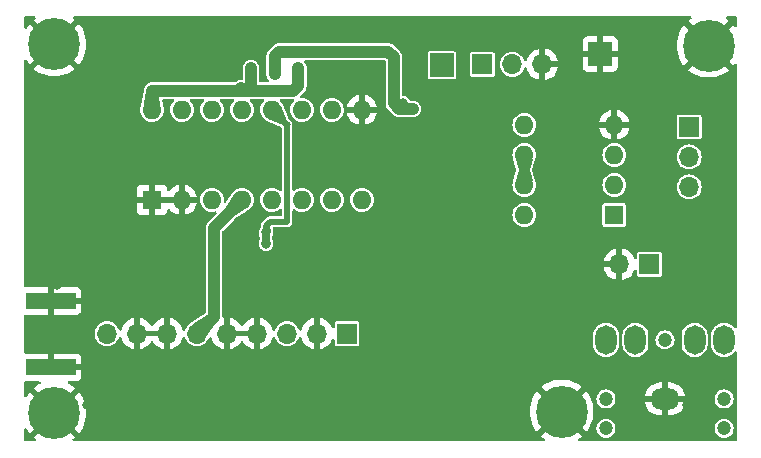
<source format=gbr>
%TF.GenerationSoftware,KiCad,Pcbnew,8.99.0-unknown-8e286d44fc~178~ubuntu22.04.1*%
%TF.CreationDate,2024-05-23T21:37:30+05:30*%
%TF.ProjectId,BoB,426f422e-6b69-4636-9164-5f7063625858,rev?*%
%TF.SameCoordinates,Original*%
%TF.FileFunction,Copper,L2,Bot*%
%TF.FilePolarity,Positive*%
%FSLAX46Y46*%
G04 Gerber Fmt 4.6, Leading zero omitted, Abs format (unit mm)*
G04 Created by KiCad (PCBNEW 8.99.0-unknown-8e286d44fc~178~ubuntu22.04.1) date 2024-05-23 21:37:30*
%MOMM*%
%LPD*%
G01*
G04 APERTURE LIST*
%TA.AperFunction,ComponentPad*%
%ADD10R,1.700000X1.700000*%
%TD*%
%TA.AperFunction,ComponentPad*%
%ADD11O,1.700000X1.700000*%
%TD*%
%TA.AperFunction,ComponentPad*%
%ADD12R,2.000000X2.000000*%
%TD*%
%TA.AperFunction,ComponentPad*%
%ADD13C,4.400000*%
%TD*%
%TA.AperFunction,SMDPad,CuDef*%
%ADD14R,4.200000X1.350000*%
%TD*%
%TA.AperFunction,ComponentPad*%
%ADD15R,1.600000X1.600000*%
%TD*%
%TA.AperFunction,ComponentPad*%
%ADD16O,1.600000X1.600000*%
%TD*%
%TA.AperFunction,WasherPad*%
%ADD17C,1.200000*%
%TD*%
%TA.AperFunction,ComponentPad*%
%ADD18O,1.800000X2.500000*%
%TD*%
%TA.AperFunction,ComponentPad*%
%ADD19O,2.500000X1.800000*%
%TD*%
%TA.AperFunction,ViaPad*%
%ADD20C,0.800000*%
%TD*%
%TA.AperFunction,Conductor*%
%ADD21C,1.000000*%
%TD*%
%TA.AperFunction,Conductor*%
%ADD22C,0.500000*%
%TD*%
%TA.AperFunction,Conductor*%
%ADD23C,0.250000*%
%TD*%
%TA.AperFunction,Conductor*%
%ADD24C,0.750000*%
%TD*%
G04 APERTURE END LIST*
D10*
%TO.P,GAIN1,1,1*%
%TO.N,Net-(U2A--)*%
X101410000Y-52890000D03*
D11*
%TO.P,GAIN1,2,2*%
%TO.N,Net-(J2-Pin_1)*%
X101410000Y-55430000D03*
%TO.P,GAIN1,3,3*%
X101410000Y-57970000D03*
%TD*%
D12*
%TO.P,TP1,1,1*%
%TO.N,Net-(C1-Pad2)*%
X80460000Y-47660000D03*
%TD*%
D10*
%TO.P,RV1,1,1*%
%TO.N,Net-(C1-Pad2)*%
X83900000Y-47590000D03*
D11*
%TO.P,RV1,2,2*%
%TO.N,Net-(RV1-Pad2)*%
X86440000Y-47590000D03*
%TO.P,RV1,3,3*%
%TO.N,GND*%
X88980000Y-47590000D03*
%TD*%
D10*
%TO.P,J2,1,Pin_1*%
%TO.N,Net-(J2-Pin_1)*%
X98044000Y-64516000D03*
D11*
%TO.P,J2,2,Pin_2*%
%TO.N,GND*%
X95504000Y-64516000D03*
%TD*%
D13*
%TO.P,H2,1,1*%
%TO.N,GND*%
X90600000Y-76984000D03*
%TD*%
%TO.P,H4,1,1*%
%TO.N,GND*%
X47649274Y-77087274D03*
%TD*%
%TO.P,H1,1,1*%
%TO.N,GND*%
X47649274Y-45892726D03*
%TD*%
D10*
%TO.P,JP1,1,Pin_1*%
%TO.N,+5V*%
X72438000Y-70380000D03*
D11*
%TO.P,JP1,2,Pin_2*%
%TO.N,GND*%
X69898000Y-70380000D03*
%TO.P,JP1,3,Pin_3*%
%TO.N,RX_OSC*%
X67358000Y-70380000D03*
%TO.P,JP1,4,Pin_4*%
%TO.N,GND*%
X64818000Y-70380000D03*
%TO.P,JP1,5,Pin_5*%
X62278000Y-70380000D03*
%TO.P,JP1,6,Pin_6*%
%TO.N,RX_AUDIO*%
X59738000Y-70380000D03*
%TO.P,JP1,7,Pin_7*%
%TO.N,GND*%
X57198000Y-70380000D03*
%TO.P,JP1,8,Pin_8*%
X54658000Y-70380000D03*
%TO.P,JP1,9,Pin_9*%
%TO.N,Net-(J1-In)*%
X52118000Y-70380000D03*
%TD*%
D12*
%TO.P,TP2,1,1*%
%TO.N,GND*%
X93878000Y-46712000D03*
%TD*%
D14*
%TO.P,J1,2,Ext*%
%TO.N,GND*%
X47352000Y-67603000D03*
X47352000Y-73253000D03*
%TD*%
D13*
%TO.P,H3,1,1*%
%TO.N,GND*%
X103046000Y-45996000D03*
%TD*%
D15*
%TO.P,U1,1,FM_RF_IN*%
%TO.N,GND*%
X55922000Y-59068000D03*
D16*
%TO.P,U1,2,GND_IN*%
X58462000Y-59068000D03*
%TO.P,U1,3,FM_MIX*%
%TO.N,unconnected-(U1-FM_MIX-Pad3)*%
X61002000Y-59068000D03*
%TO.P,U1,4,AM_MIX*%
%TO.N,RX_AUDIO*%
X63542000Y-59068000D03*
%TO.P,U1,5,AGC*%
%TO.N,Net-(U1-AGC)*%
X66082000Y-59068000D03*
%TO.P,U1,6,VCC*%
%TO.N,5VCLEAN*%
X68622000Y-59068000D03*
%TO.P,U1,7,AM_IF*%
X71162000Y-59068000D03*
%TO.P,U1,8,FM_IF*%
%TO.N,unconnected-(U1-FM_IF-Pad8)*%
X73702000Y-59068000D03*
%TO.P,U1,9,GND_OUT*%
%TO.N,GND*%
X73702000Y-51448000D03*
%TO.P,U1,10,FM_DET*%
%TO.N,unconnected-(U1-FM_DET-Pad10)*%
X71162000Y-51448000D03*
%TO.P,U1,11,DET_OUT*%
%TO.N,unconnected-(U1-DET_OUT-Pad11)*%
X68622000Y-51448000D03*
%TO.P,U1,12,AM_OSC*%
%TO.N,Net-(U1-AM_OSC)*%
X66082000Y-51448000D03*
%TO.P,U1,13,FM_OSC*%
%TO.N,unconnected-(U1-FM_OSC-Pad13)*%
X63542000Y-51448000D03*
%TO.P,U1,14,FM/AM_SW*%
%TO.N,Net-(U1-FM{slash}AM_SW)*%
X61002000Y-51448000D03*
%TO.P,U1,15,FM_TUNER*%
%TO.N,5VCLEAN*%
X58462000Y-51448000D03*
%TO.P,U1,16,AM_RF_IN*%
%TO.N,Net-(D7-K)*%
X55922000Y-51448000D03*
%TD*%
D17*
%TO.P,SPK1,*%
%TO.N,*%
X94362000Y-78420000D03*
X104362000Y-78420000D03*
X94362000Y-75920000D03*
X104362000Y-75920000D03*
X99362000Y-70920000D03*
D18*
%TO.P,SPK1,R*%
%TO.N,Net-(C14-Pad2)*%
X94362000Y-70920000D03*
%TO.P,SPK1,RN*%
%TO.N,unconnected-(SPK1-PadRN)*%
X96862000Y-70920000D03*
D19*
%TO.P,SPK1,S*%
%TO.N,GND*%
X99362000Y-75920000D03*
D18*
%TO.P,SPK1,T*%
%TO.N,Net-(C14-Pad2)*%
X104362000Y-70920000D03*
%TO.P,SPK1,TN*%
%TO.N,unconnected-(SPK1-PadTN)*%
X101862000Y-70920000D03*
%TD*%
D15*
%TO.P,U2,1*%
%TO.N,Net-(J2-Pin_1)*%
X95062000Y-60343000D03*
D16*
%TO.P,U2,2,-*%
%TO.N,Net-(U2A--)*%
X95062000Y-57803000D03*
%TO.P,U2,3,+*%
%TO.N,Net-(U2A-+)*%
X95062000Y-55263000D03*
%TO.P,U2,4,V-*%
%TO.N,GND*%
X95062000Y-52723000D03*
%TO.P,U2,5,+*%
%TO.N,Net-(U2A-+)*%
X87442000Y-52723000D03*
%TO.P,U2,6,-*%
%TO.N,Net-(U2B--)*%
X87442000Y-55263000D03*
%TO.P,U2,7*%
X87442000Y-57803000D03*
%TO.P,U2,8,V+*%
%TO.N,+3.3V*%
X87442000Y-60343000D03*
%TD*%
D20*
%TO.N,5VCLEAN*%
X77990000Y-51360000D03*
%TO.N,Net-(D7-K)*%
X68310000Y-48890000D03*
X64310000Y-48890000D03*
X64310000Y-47890000D03*
X68310000Y-47890000D03*
%TO.N,GND*%
X57390000Y-68450000D03*
X98707000Y-45956000D03*
X55527000Y-76436000D03*
X65687000Y-76436000D03*
X73307000Y-76436000D03*
X80927000Y-76436000D03*
X52987000Y-73896000D03*
X47907000Y-53576000D03*
X83467000Y-68816000D03*
X96167000Y-45956000D03*
X73307000Y-48496000D03*
X64430000Y-68400000D03*
X78387000Y-73896000D03*
X52987000Y-58656000D03*
X58067000Y-61196000D03*
X47907000Y-63736000D03*
X63147000Y-73896000D03*
X70767000Y-76436000D03*
X57310000Y-45390000D03*
X47907000Y-61196000D03*
X50447000Y-56116000D03*
X83467000Y-51036000D03*
X101247000Y-68816000D03*
X58067000Y-76436000D03*
X68227000Y-53576000D03*
X70767000Y-68816000D03*
X64430000Y-67310000D03*
X52987000Y-76436000D03*
X78387000Y-76436000D03*
X96167000Y-76436000D03*
X78387000Y-58656000D03*
X103787000Y-61196000D03*
X96167000Y-68816000D03*
X83467000Y-76436000D03*
X91087000Y-58656000D03*
X98707000Y-48496000D03*
X60607000Y-73896000D03*
X96167000Y-73896000D03*
X73307000Y-53576000D03*
X50447000Y-66276000D03*
X47907000Y-56116000D03*
X103787000Y-73896000D03*
X60607000Y-76436000D03*
X68227000Y-73896000D03*
X103787000Y-56116000D03*
X75847000Y-76436000D03*
X69600000Y-67340000D03*
X91087000Y-45956000D03*
X65930000Y-56190000D03*
X86007000Y-51036000D03*
X86007000Y-61196000D03*
X47907000Y-58656000D03*
X70767000Y-73896000D03*
X98707000Y-73896000D03*
X103787000Y-63736000D03*
X78320000Y-63340000D03*
X93627000Y-73896000D03*
X47907000Y-51036000D03*
X58067000Y-56116000D03*
X55527000Y-73896000D03*
X50447000Y-61196000D03*
X73307000Y-73896000D03*
X58067000Y-73896000D03*
X83467000Y-73896000D03*
X103787000Y-53576000D03*
X86007000Y-76436000D03*
X80927000Y-73896000D03*
X47907000Y-66276000D03*
X75847000Y-73896000D03*
X58067000Y-66276000D03*
X70767000Y-53576000D03*
X50447000Y-76436000D03*
X52987000Y-45956000D03*
X76910000Y-63320000D03*
X101247000Y-76436000D03*
X55527000Y-66276000D03*
X65687000Y-73896000D03*
X101247000Y-48496000D03*
X103787000Y-58656000D03*
X63147000Y-76436000D03*
X63147000Y-53576000D03*
X101247000Y-73896000D03*
X50447000Y-68816000D03*
X65687000Y-53576000D03*
X86007000Y-58656000D03*
X61330000Y-56130000D03*
X88547000Y-45956000D03*
X91087000Y-61196000D03*
X78387000Y-53576000D03*
X103787000Y-51036000D03*
X58067000Y-63736000D03*
X50447000Y-73896000D03*
X98707000Y-68816000D03*
X68227000Y-76436000D03*
X75847000Y-58656000D03*
%TO.N,Net-(U1-AM_OSC)*%
X65587000Y-61808000D03*
X65587000Y-62808000D03*
%TO.N,5VCLEAN*%
X77180000Y-50860000D03*
X66310000Y-48390000D03*
X66310000Y-47390000D03*
%TD*%
D21*
%TO.N,5VCLEAN*%
X76400000Y-50880000D02*
X76880000Y-51360000D01*
X76880000Y-51360000D02*
X77990000Y-51360000D01*
X76400000Y-48960000D02*
X76400000Y-49720000D01*
X76400000Y-46960000D02*
X76400000Y-48960000D01*
X76400000Y-48960000D02*
X76400000Y-50880000D01*
X76400000Y-49720000D02*
X76400000Y-50880000D01*
%TO.N,Net-(D7-K)*%
X68310000Y-49390000D02*
X68310000Y-47890000D01*
X63894000Y-49806000D02*
X67894000Y-49806000D01*
X64310000Y-49390000D02*
X64310000Y-48890000D01*
X67894000Y-49806000D02*
X68310000Y-49390000D01*
X55928000Y-49806000D02*
X62310000Y-49806000D01*
X64310000Y-47890000D02*
X64310000Y-48390000D01*
X62310000Y-49806000D02*
X63894000Y-49806000D01*
X62310000Y-49806000D02*
X63294000Y-49806000D01*
X63894000Y-49806000D02*
X64310000Y-49390000D01*
X63294000Y-49806000D02*
X63482000Y-49618000D01*
X64310000Y-48890000D02*
X64310000Y-47890000D01*
X55922000Y-49812000D02*
X55928000Y-49806000D01*
X55922000Y-51448000D02*
X55922000Y-49812000D01*
D22*
%TO.N,Net-(U1-AM_OSC)*%
X66082000Y-51448000D02*
X67372000Y-52738000D01*
D23*
X66082000Y-51268000D02*
X67497000Y-52683000D01*
D22*
X65580000Y-61998000D02*
X65580000Y-62506000D01*
X65580000Y-61236000D02*
X65580000Y-61801000D01*
X65908000Y-60908000D02*
X65580000Y-61236000D01*
X67372000Y-52738000D02*
X67372000Y-60908000D01*
X65587000Y-61808000D02*
X65580000Y-61815000D01*
X65580000Y-61815000D02*
X65580000Y-61998000D01*
X65580000Y-61801000D02*
X65587000Y-61808000D01*
X67372000Y-60908000D02*
X65908000Y-60908000D01*
D21*
%TO.N,RX_AUDIO*%
X59738000Y-70380000D02*
X61170000Y-68948000D01*
X61170000Y-68948000D02*
X61170000Y-61440000D01*
X61170000Y-61440000D02*
X63542000Y-59068000D01*
D24*
%TO.N,Net-(U2B--)*%
X87442000Y-55263000D02*
X87442000Y-57803000D01*
D21*
%TO.N,5VCLEAN*%
X75944000Y-46504000D02*
X76400000Y-46960000D01*
X66696000Y-46504000D02*
X75944000Y-46504000D01*
X66310000Y-46890000D02*
X66310000Y-48390000D01*
X66696000Y-46504000D02*
X66310000Y-46890000D01*
%TD*%
%TA.AperFunction,Conductor*%
%TO.N,GND*%
G36*
X46810241Y-77803876D02*
G01*
X46932672Y-77926307D01*
X47066536Y-78023564D01*
X45924304Y-79165796D01*
X45924304Y-79165797D01*
X46062274Y-79273889D01*
X46102907Y-79330729D01*
X46106359Y-79400513D01*
X46071535Y-79461086D01*
X46009491Y-79493216D01*
X45985801Y-79495500D01*
X45216500Y-79495500D01*
X45149461Y-79475815D01*
X45103706Y-79423011D01*
X45092500Y-79371500D01*
X45092500Y-78521689D01*
X45112185Y-78454650D01*
X45164989Y-78408895D01*
X45234147Y-78398951D01*
X45297703Y-78427976D01*
X45322617Y-78457539D01*
X45423155Y-78623850D01*
X45570750Y-78812242D01*
X46712982Y-77670010D01*
X46810241Y-77803876D01*
G37*
%TD.AperFunction*%
%TA.AperFunction,Conductor*%
G36*
X56732075Y-70187007D02*
G01*
X56698000Y-70314174D01*
X56698000Y-70445826D01*
X56732075Y-70572993D01*
X56764988Y-70630000D01*
X55091012Y-70630000D01*
X55123925Y-70572993D01*
X55158000Y-70445826D01*
X55158000Y-70314174D01*
X55123925Y-70187007D01*
X55091012Y-70130000D01*
X56764988Y-70130000D01*
X56732075Y-70187007D01*
G37*
%TD.AperFunction*%
%TA.AperFunction,Conductor*%
G36*
X64352075Y-70187007D02*
G01*
X64318000Y-70314174D01*
X64318000Y-70445826D01*
X64352075Y-70572993D01*
X64384988Y-70630000D01*
X62711012Y-70630000D01*
X62743925Y-70572993D01*
X62778000Y-70445826D01*
X62778000Y-70314174D01*
X62743925Y-70187007D01*
X62711012Y-70130000D01*
X64384988Y-70130000D01*
X64352075Y-70187007D01*
G37*
%TD.AperFunction*%
%TA.AperFunction,Conductor*%
G36*
X58141920Y-58822394D02*
G01*
X58089259Y-58913606D01*
X58062000Y-59015339D01*
X58062000Y-59120661D01*
X58089259Y-59222394D01*
X58141920Y-59313606D01*
X58146314Y-59318000D01*
X56237686Y-59318000D01*
X56242080Y-59313606D01*
X56294741Y-59222394D01*
X56322000Y-59120661D01*
X56322000Y-59015339D01*
X56294741Y-58913606D01*
X56242080Y-58822394D01*
X56237686Y-58818000D01*
X58146314Y-58818000D01*
X58141920Y-58822394D01*
G37*
%TD.AperFunction*%
%TA.AperFunction,Conductor*%
G36*
X101550796Y-43536185D02*
G01*
X101596551Y-43588989D01*
X101606495Y-43658147D01*
X101577470Y-43721703D01*
X101547907Y-43746617D01*
X101509422Y-43769881D01*
X101509416Y-43769886D01*
X101321030Y-43917474D01*
X101321029Y-43917476D01*
X102463262Y-45059709D01*
X102329398Y-45156967D01*
X102206967Y-45279398D01*
X102109709Y-45413262D01*
X100967476Y-44271029D01*
X100967474Y-44271030D01*
X100819886Y-44459416D01*
X100819881Y-44459422D01*
X100650898Y-44738956D01*
X100650897Y-44738958D01*
X100516839Y-45036824D01*
X100516835Y-45036835D01*
X100419667Y-45348658D01*
X100360786Y-45669961D01*
X100341065Y-45996000D01*
X100360786Y-46322038D01*
X100419667Y-46643341D01*
X100516835Y-46955164D01*
X100516839Y-46955175D01*
X100650897Y-47253041D01*
X100650898Y-47253043D01*
X100819881Y-47532576D01*
X100967476Y-47720968D01*
X102109708Y-46578736D01*
X102206967Y-46712602D01*
X102329398Y-46835033D01*
X102463262Y-46932290D01*
X101321030Y-48074522D01*
X101321030Y-48074523D01*
X101509423Y-48222118D01*
X101788956Y-48391101D01*
X101788958Y-48391102D01*
X102086824Y-48525160D01*
X102086835Y-48525164D01*
X102398658Y-48622332D01*
X102719961Y-48681213D01*
X103046000Y-48700934D01*
X103372038Y-48681213D01*
X103693341Y-48622332D01*
X104005164Y-48525164D01*
X104005175Y-48525160D01*
X104303041Y-48391102D01*
X104303043Y-48391101D01*
X104582586Y-48222112D01*
X104770968Y-48074523D01*
X104770968Y-48074522D01*
X103628737Y-46932290D01*
X103762602Y-46835033D01*
X103885033Y-46712602D01*
X103982290Y-46578737D01*
X105124522Y-47720968D01*
X105124523Y-47720968D01*
X105236389Y-47578183D01*
X105293229Y-47537550D01*
X105363014Y-47534098D01*
X105423586Y-47568922D01*
X105455716Y-47630966D01*
X105458000Y-47654656D01*
X105458000Y-69824599D01*
X105438315Y-69891638D01*
X105385511Y-69937393D01*
X105316353Y-69947337D01*
X105252797Y-69918312D01*
X105233683Y-69897485D01*
X105201418Y-69853078D01*
X105201414Y-69853072D01*
X105078928Y-69730586D01*
X104938788Y-69628768D01*
X104784445Y-69550127D01*
X104619701Y-69496598D01*
X104619699Y-69496597D01*
X104619698Y-69496597D01*
X104488271Y-69475781D01*
X104448611Y-69469500D01*
X104275389Y-69469500D01*
X104235728Y-69475781D01*
X104104302Y-69496597D01*
X103939552Y-69550128D01*
X103785211Y-69628768D01*
X103752985Y-69652182D01*
X103645072Y-69730586D01*
X103645070Y-69730588D01*
X103645069Y-69730588D01*
X103522588Y-69853069D01*
X103522588Y-69853070D01*
X103522586Y-69853072D01*
X103503022Y-69880000D01*
X103420768Y-69993211D01*
X103342128Y-70147552D01*
X103288597Y-70312302D01*
X103288301Y-70314174D01*
X103261500Y-70483389D01*
X103261500Y-71356611D01*
X103288598Y-71527701D01*
X103342127Y-71692445D01*
X103420768Y-71846788D01*
X103522586Y-71986928D01*
X103645072Y-72109414D01*
X103785212Y-72211232D01*
X103939555Y-72289873D01*
X104104299Y-72343402D01*
X104275389Y-72370500D01*
X104275390Y-72370500D01*
X104448610Y-72370500D01*
X104448611Y-72370500D01*
X104619701Y-72343402D01*
X104784445Y-72289873D01*
X104938788Y-72211232D01*
X105078928Y-72109414D01*
X105201414Y-71986928D01*
X105233682Y-71942514D01*
X105289012Y-71899849D01*
X105358625Y-71893870D01*
X105420420Y-71926476D01*
X105454777Y-71987314D01*
X105458000Y-72015400D01*
X105458000Y-79371500D01*
X105438315Y-79438539D01*
X105385511Y-79484294D01*
X105334000Y-79495500D01*
X92109307Y-79495500D01*
X92042268Y-79475815D01*
X91996513Y-79423011D01*
X91986569Y-79353853D01*
X92015594Y-79290297D01*
X92045157Y-79265383D01*
X92136586Y-79210112D01*
X92324968Y-79062523D01*
X92324968Y-79062522D01*
X91182737Y-77920290D01*
X91316602Y-77823033D01*
X91439033Y-77700602D01*
X91536290Y-77566737D01*
X92678522Y-78708968D01*
X92678523Y-78708968D01*
X92826112Y-78520586D01*
X92886921Y-78419996D01*
X93556435Y-78419996D01*
X93556435Y-78420003D01*
X93576630Y-78599249D01*
X93576631Y-78599254D01*
X93636211Y-78769523D01*
X93732184Y-78922262D01*
X93859738Y-79049816D01*
X94012478Y-79145789D01*
X94069655Y-79165796D01*
X94182745Y-79205368D01*
X94182750Y-79205369D01*
X94361996Y-79225565D01*
X94362000Y-79225565D01*
X94362004Y-79225565D01*
X94541249Y-79205369D01*
X94541252Y-79205368D01*
X94541255Y-79205368D01*
X94711522Y-79145789D01*
X94864262Y-79049816D01*
X94991816Y-78922262D01*
X95087789Y-78769522D01*
X95147368Y-78599255D01*
X95156233Y-78520576D01*
X95167565Y-78420003D01*
X95167565Y-78419996D01*
X103556435Y-78419996D01*
X103556435Y-78420003D01*
X103576630Y-78599249D01*
X103576631Y-78599254D01*
X103636211Y-78769523D01*
X103732184Y-78922262D01*
X103859738Y-79049816D01*
X104012478Y-79145789D01*
X104069655Y-79165796D01*
X104182745Y-79205368D01*
X104182750Y-79205369D01*
X104361996Y-79225565D01*
X104362000Y-79225565D01*
X104362004Y-79225565D01*
X104541249Y-79205369D01*
X104541252Y-79205368D01*
X104541255Y-79205368D01*
X104711522Y-79145789D01*
X104864262Y-79049816D01*
X104991816Y-78922262D01*
X105087789Y-78769522D01*
X105147368Y-78599255D01*
X105156233Y-78520576D01*
X105167565Y-78420003D01*
X105167565Y-78419996D01*
X105147369Y-78240750D01*
X105147368Y-78240745D01*
X105100458Y-78106684D01*
X105087789Y-78070478D01*
X104991816Y-77917738D01*
X104864262Y-77790184D01*
X104775825Y-77734615D01*
X104711523Y-77694211D01*
X104541254Y-77634631D01*
X104541249Y-77634630D01*
X104362004Y-77614435D01*
X104361996Y-77614435D01*
X104182750Y-77634630D01*
X104182745Y-77634631D01*
X104012476Y-77694211D01*
X103859737Y-77790184D01*
X103732184Y-77917737D01*
X103636211Y-78070476D01*
X103576631Y-78240745D01*
X103576630Y-78240750D01*
X103556435Y-78419996D01*
X95167565Y-78419996D01*
X95147369Y-78240750D01*
X95147368Y-78240745D01*
X95100458Y-78106684D01*
X95087789Y-78070478D01*
X94991816Y-77917738D01*
X94864262Y-77790184D01*
X94775825Y-77734615D01*
X94711523Y-77694211D01*
X94541254Y-77634631D01*
X94541249Y-77634630D01*
X94362004Y-77614435D01*
X94361996Y-77614435D01*
X94182750Y-77634630D01*
X94182745Y-77634631D01*
X94012476Y-77694211D01*
X93859737Y-77790184D01*
X93732184Y-77917737D01*
X93636211Y-78070476D01*
X93576631Y-78240745D01*
X93576630Y-78240750D01*
X93556435Y-78419996D01*
X92886921Y-78419996D01*
X92995101Y-78241043D01*
X92995102Y-78241041D01*
X93129160Y-77943175D01*
X93129164Y-77943164D01*
X93226332Y-77631341D01*
X93285213Y-77310038D01*
X93304934Y-76984000D01*
X93285213Y-76657961D01*
X93226332Y-76336658D01*
X93129164Y-76024835D01*
X93129160Y-76024824D01*
X93081981Y-75919996D01*
X93556435Y-75919996D01*
X93556435Y-75920003D01*
X93576630Y-76099249D01*
X93576631Y-76099254D01*
X93636211Y-76269523D01*
X93699768Y-76370672D01*
X93732184Y-76422262D01*
X93859738Y-76549816D01*
X94012478Y-76645789D01*
X94047264Y-76657961D01*
X94182745Y-76705368D01*
X94182750Y-76705369D01*
X94361996Y-76725565D01*
X94362000Y-76725565D01*
X94362004Y-76725565D01*
X94541249Y-76705369D01*
X94541252Y-76705368D01*
X94541255Y-76705368D01*
X94711522Y-76645789D01*
X94864262Y-76549816D01*
X94991816Y-76422262D01*
X95087789Y-76269522D01*
X95147368Y-76099255D01*
X95150905Y-76067864D01*
X95167565Y-75920003D01*
X95167565Y-75919996D01*
X95147369Y-75740750D01*
X95147368Y-75740745D01*
X95122613Y-75670000D01*
X97634145Y-75670000D01*
X98586722Y-75670000D01*
X98542667Y-75746306D01*
X98512000Y-75860756D01*
X98512000Y-75979244D01*
X98542667Y-76093694D01*
X98586722Y-76170000D01*
X97634145Y-76170000D01*
X97646473Y-76247835D01*
X97646473Y-76247838D01*
X97714567Y-76457410D01*
X97814613Y-76653760D01*
X97944142Y-76832041D01*
X98099958Y-76987857D01*
X98278239Y-77117386D01*
X98474589Y-77217432D01*
X98684164Y-77285526D01*
X98901819Y-77320000D01*
X99112000Y-77320000D01*
X99112000Y-76370000D01*
X99612000Y-76370000D01*
X99612000Y-77320000D01*
X99822181Y-77320000D01*
X100039835Y-77285526D01*
X100249410Y-77217432D01*
X100445760Y-77117386D01*
X100624041Y-76987857D01*
X100779857Y-76832041D01*
X100909386Y-76653760D01*
X101009432Y-76457410D01*
X101077526Y-76247838D01*
X101077526Y-76247835D01*
X101089855Y-76170000D01*
X100137278Y-76170000D01*
X100181333Y-76093694D01*
X100212000Y-75979244D01*
X100212000Y-75919996D01*
X103556435Y-75919996D01*
X103556435Y-75920003D01*
X103576630Y-76099249D01*
X103576631Y-76099254D01*
X103636211Y-76269523D01*
X103699768Y-76370672D01*
X103732184Y-76422262D01*
X103859738Y-76549816D01*
X104012478Y-76645789D01*
X104047264Y-76657961D01*
X104182745Y-76705368D01*
X104182750Y-76705369D01*
X104361996Y-76725565D01*
X104362000Y-76725565D01*
X104362004Y-76725565D01*
X104541249Y-76705369D01*
X104541252Y-76705368D01*
X104541255Y-76705368D01*
X104711522Y-76645789D01*
X104864262Y-76549816D01*
X104991816Y-76422262D01*
X105087789Y-76269522D01*
X105147368Y-76099255D01*
X105150905Y-76067864D01*
X105167565Y-75920003D01*
X105167565Y-75919996D01*
X105147369Y-75740750D01*
X105147368Y-75740745D01*
X105087788Y-75570476D01*
X105010468Y-75447423D01*
X104991816Y-75417738D01*
X104864262Y-75290184D01*
X104814679Y-75259029D01*
X104711523Y-75194211D01*
X104541254Y-75134631D01*
X104541249Y-75134630D01*
X104362004Y-75114435D01*
X104361996Y-75114435D01*
X104182750Y-75134630D01*
X104182745Y-75134631D01*
X104012476Y-75194211D01*
X103859737Y-75290184D01*
X103732184Y-75417737D01*
X103636211Y-75570476D01*
X103576631Y-75740745D01*
X103576630Y-75740750D01*
X103556435Y-75919996D01*
X100212000Y-75919996D01*
X100212000Y-75860756D01*
X100181333Y-75746306D01*
X100137278Y-75670000D01*
X101089855Y-75670000D01*
X101077526Y-75592164D01*
X101077526Y-75592161D01*
X101009432Y-75382589D01*
X100909386Y-75186239D01*
X100779857Y-75007958D01*
X100624041Y-74852142D01*
X100445760Y-74722613D01*
X100249410Y-74622567D01*
X100039835Y-74554473D01*
X99822181Y-74520000D01*
X99612000Y-74520000D01*
X99612000Y-75470000D01*
X99112000Y-75470000D01*
X99112000Y-74520000D01*
X98901819Y-74520000D01*
X98684164Y-74554473D01*
X98474589Y-74622567D01*
X98278239Y-74722613D01*
X98099958Y-74852142D01*
X97944142Y-75007958D01*
X97814613Y-75186239D01*
X97714567Y-75382589D01*
X97646473Y-75592161D01*
X97646473Y-75592164D01*
X97634145Y-75670000D01*
X95122613Y-75670000D01*
X95087788Y-75570476D01*
X95010468Y-75447423D01*
X94991816Y-75417738D01*
X94864262Y-75290184D01*
X94814679Y-75259029D01*
X94711523Y-75194211D01*
X94541254Y-75134631D01*
X94541249Y-75134630D01*
X94362004Y-75114435D01*
X94361996Y-75114435D01*
X94182750Y-75134630D01*
X94182745Y-75134631D01*
X94012476Y-75194211D01*
X93859737Y-75290184D01*
X93732184Y-75417737D01*
X93636211Y-75570476D01*
X93576631Y-75740745D01*
X93576630Y-75740750D01*
X93556435Y-75919996D01*
X93081981Y-75919996D01*
X92995102Y-75726958D01*
X92995101Y-75726956D01*
X92826118Y-75447423D01*
X92678522Y-75259030D01*
X91536290Y-76401262D01*
X91439033Y-76267398D01*
X91316602Y-76144967D01*
X91182736Y-76047709D01*
X92324968Y-74905476D01*
X92136576Y-74757881D01*
X91857043Y-74588898D01*
X91857041Y-74588897D01*
X91559175Y-74454839D01*
X91559164Y-74454835D01*
X91247341Y-74357667D01*
X90926038Y-74298786D01*
X90600000Y-74279065D01*
X90273961Y-74298786D01*
X89952658Y-74357667D01*
X89640835Y-74454835D01*
X89640824Y-74454839D01*
X89342958Y-74588897D01*
X89342956Y-74588898D01*
X89063422Y-74757881D01*
X89063416Y-74757886D01*
X88875030Y-74905474D01*
X88875029Y-74905476D01*
X90017262Y-76047709D01*
X89883398Y-76144967D01*
X89760967Y-76267398D01*
X89663709Y-76401262D01*
X88521476Y-75259029D01*
X88521474Y-75259030D01*
X88373886Y-75447416D01*
X88373881Y-75447422D01*
X88204898Y-75726956D01*
X88204897Y-75726958D01*
X88070839Y-76024824D01*
X88070835Y-76024835D01*
X87973667Y-76336658D01*
X87914786Y-76657961D01*
X87895065Y-76984000D01*
X87914786Y-77310038D01*
X87973667Y-77631341D01*
X88070835Y-77943164D01*
X88070839Y-77943175D01*
X88204897Y-78241041D01*
X88204898Y-78241043D01*
X88373881Y-78520576D01*
X88521476Y-78708968D01*
X89663708Y-77566736D01*
X89760967Y-77700602D01*
X89883398Y-77823033D01*
X90017262Y-77920290D01*
X88875030Y-79062522D01*
X88875030Y-79062523D01*
X89063423Y-79210118D01*
X89154842Y-79265383D01*
X89202029Y-79316910D01*
X89213868Y-79385770D01*
X89186600Y-79450099D01*
X89128881Y-79489473D01*
X89090692Y-79495500D01*
X49312747Y-79495500D01*
X49245708Y-79475815D01*
X49199953Y-79423011D01*
X49190009Y-79353853D01*
X49219034Y-79290297D01*
X49236274Y-79273889D01*
X49374242Y-79165797D01*
X49374242Y-79165796D01*
X48232011Y-78023564D01*
X48365876Y-77926307D01*
X48488307Y-77803876D01*
X48585564Y-77670011D01*
X49727796Y-78812242D01*
X49727797Y-78812242D01*
X49875386Y-78623860D01*
X50044375Y-78344317D01*
X50044376Y-78344315D01*
X50178434Y-78046449D01*
X50178438Y-78046438D01*
X50275606Y-77734615D01*
X50334487Y-77413312D01*
X50354208Y-77087274D01*
X50334487Y-76761235D01*
X50275606Y-76439932D01*
X50178438Y-76128109D01*
X50178434Y-76128098D01*
X50044376Y-75830232D01*
X50044375Y-75830230D01*
X49875392Y-75550697D01*
X49727796Y-75362304D01*
X48585564Y-76504536D01*
X48488307Y-76370672D01*
X48365876Y-76248241D01*
X48232010Y-76150983D01*
X49374242Y-75008750D01*
X49185850Y-74861155D01*
X48906317Y-74692172D01*
X48906315Y-74692171D01*
X48846112Y-74665076D01*
X48793058Y-74619612D01*
X48773005Y-74552682D01*
X48792321Y-74485535D01*
X48844872Y-74439490D01*
X48897003Y-74428000D01*
X49499828Y-74428000D01*
X49499844Y-74427999D01*
X49559372Y-74421598D01*
X49559379Y-74421596D01*
X49694086Y-74371354D01*
X49694093Y-74371350D01*
X49809187Y-74285190D01*
X49809190Y-74285187D01*
X49895350Y-74170093D01*
X49895354Y-74170086D01*
X49945596Y-74035379D01*
X49945598Y-74035372D01*
X49951999Y-73975844D01*
X49952000Y-73975827D01*
X49952000Y-73503000D01*
X47226000Y-73503000D01*
X47158961Y-73483315D01*
X47113206Y-73430511D01*
X47102000Y-73379000D01*
X47102000Y-73003000D01*
X47602000Y-73003000D01*
X49952000Y-73003000D01*
X49952000Y-72530172D01*
X49951999Y-72530155D01*
X49945598Y-72470627D01*
X49945596Y-72470620D01*
X49895354Y-72335913D01*
X49895350Y-72335906D01*
X49809190Y-72220812D01*
X49809187Y-72220809D01*
X49694093Y-72134649D01*
X49694086Y-72134645D01*
X49559379Y-72084403D01*
X49559372Y-72084401D01*
X49499844Y-72078000D01*
X47602000Y-72078000D01*
X47602000Y-73003000D01*
X47102000Y-73003000D01*
X47102000Y-72078000D01*
X45216500Y-72078000D01*
X45149461Y-72058315D01*
X45103706Y-72005511D01*
X45092500Y-71954000D01*
X45092500Y-70380000D01*
X51062417Y-70380000D01*
X51082699Y-70585932D01*
X51082700Y-70585934D01*
X51142768Y-70783954D01*
X51240315Y-70966450D01*
X51274969Y-71008677D01*
X51371589Y-71126410D01*
X51468209Y-71205702D01*
X51531550Y-71257685D01*
X51714046Y-71355232D01*
X51912066Y-71415300D01*
X51912065Y-71415300D01*
X51930529Y-71417118D01*
X52118000Y-71435583D01*
X52323934Y-71415300D01*
X52521954Y-71355232D01*
X52704450Y-71257685D01*
X52864410Y-71126410D01*
X52995685Y-70966450D01*
X53093232Y-70783954D01*
X53113406Y-70717446D01*
X53151702Y-70659010D01*
X53215514Y-70630553D01*
X53284581Y-70641112D01*
X53336975Y-70687336D01*
X53351841Y-70721349D01*
X53384567Y-70843486D01*
X53384570Y-70843492D01*
X53484399Y-71057578D01*
X53619894Y-71251082D01*
X53786917Y-71418105D01*
X53980421Y-71553600D01*
X54194507Y-71653429D01*
X54194516Y-71653433D01*
X54408000Y-71710634D01*
X54408000Y-70813012D01*
X54465007Y-70845925D01*
X54592174Y-70880000D01*
X54723826Y-70880000D01*
X54850993Y-70845925D01*
X54908000Y-70813012D01*
X54908000Y-71710634D01*
X55121483Y-71653433D01*
X55121492Y-71653429D01*
X55335578Y-71553600D01*
X55529082Y-71418105D01*
X55696105Y-71251082D01*
X55826425Y-71064968D01*
X55881002Y-71021344D01*
X55950501Y-71014151D01*
X56012855Y-71045673D01*
X56029575Y-71064968D01*
X56159894Y-71251082D01*
X56326917Y-71418105D01*
X56520421Y-71553600D01*
X56734507Y-71653429D01*
X56734516Y-71653433D01*
X56948000Y-71710634D01*
X56948000Y-70813012D01*
X57005007Y-70845925D01*
X57132174Y-70880000D01*
X57263826Y-70880000D01*
X57390993Y-70845925D01*
X57448000Y-70813012D01*
X57448000Y-71710634D01*
X57661483Y-71653433D01*
X57661492Y-71653429D01*
X57875578Y-71553600D01*
X58069082Y-71418105D01*
X58236105Y-71251082D01*
X58371600Y-71057578D01*
X58471429Y-70843492D01*
X58471433Y-70843483D01*
X58504158Y-70721350D01*
X58540522Y-70661690D01*
X58603369Y-70631160D01*
X58672745Y-70639454D01*
X58726623Y-70683939D01*
X58742593Y-70717447D01*
X58762768Y-70783954D01*
X58860315Y-70966450D01*
X58894969Y-71008677D01*
X58991589Y-71126410D01*
X59088209Y-71205702D01*
X59151550Y-71257685D01*
X59334046Y-71355232D01*
X59532066Y-71415300D01*
X59532065Y-71415300D01*
X59550529Y-71417118D01*
X59738000Y-71435583D01*
X59943934Y-71415300D01*
X60141954Y-71355232D01*
X60324450Y-71257685D01*
X60484410Y-71126410D01*
X60615685Y-70966450D01*
X60692009Y-70823655D01*
X60697686Y-70814097D01*
X60719998Y-70780099D01*
X60758181Y-70721916D01*
X60811419Y-70676671D01*
X60880670Y-70667390D01*
X60943945Y-70697021D01*
X60981155Y-70756158D01*
X60981624Y-70757860D01*
X61004566Y-70843483D01*
X61004570Y-70843492D01*
X61104399Y-71057578D01*
X61239894Y-71251082D01*
X61406917Y-71418105D01*
X61600421Y-71553600D01*
X61814507Y-71653429D01*
X61814516Y-71653433D01*
X62028000Y-71710634D01*
X62028000Y-70813012D01*
X62085007Y-70845925D01*
X62212174Y-70880000D01*
X62343826Y-70880000D01*
X62470993Y-70845925D01*
X62528000Y-70813012D01*
X62528000Y-71710634D01*
X62741483Y-71653433D01*
X62741492Y-71653429D01*
X62955578Y-71553600D01*
X63149082Y-71418105D01*
X63316105Y-71251082D01*
X63446425Y-71064968D01*
X63501002Y-71021344D01*
X63570501Y-71014151D01*
X63632855Y-71045673D01*
X63649575Y-71064968D01*
X63779894Y-71251082D01*
X63946917Y-71418105D01*
X64140421Y-71553600D01*
X64354507Y-71653429D01*
X64354516Y-71653433D01*
X64568000Y-71710634D01*
X64568000Y-70813012D01*
X64625007Y-70845925D01*
X64752174Y-70880000D01*
X64883826Y-70880000D01*
X65010993Y-70845925D01*
X65068000Y-70813012D01*
X65068000Y-71710633D01*
X65281483Y-71653433D01*
X65281492Y-71653429D01*
X65495578Y-71553600D01*
X65689082Y-71418105D01*
X65856105Y-71251082D01*
X65991600Y-71057578D01*
X66091429Y-70843492D01*
X66091433Y-70843483D01*
X66124158Y-70721350D01*
X66160522Y-70661690D01*
X66223369Y-70631160D01*
X66292745Y-70639454D01*
X66346623Y-70683939D01*
X66362593Y-70717447D01*
X66382768Y-70783954D01*
X66480315Y-70966450D01*
X66514969Y-71008677D01*
X66611589Y-71126410D01*
X66708209Y-71205702D01*
X66771550Y-71257685D01*
X66954046Y-71355232D01*
X67152066Y-71415300D01*
X67152065Y-71415300D01*
X67170529Y-71417118D01*
X67358000Y-71435583D01*
X67563934Y-71415300D01*
X67761954Y-71355232D01*
X67944450Y-71257685D01*
X68104410Y-71126410D01*
X68235685Y-70966450D01*
X68333232Y-70783954D01*
X68353406Y-70717446D01*
X68391702Y-70659010D01*
X68455514Y-70630553D01*
X68524581Y-70641112D01*
X68576975Y-70687336D01*
X68591841Y-70721349D01*
X68624567Y-70843486D01*
X68624570Y-70843492D01*
X68724399Y-71057578D01*
X68859894Y-71251082D01*
X69026917Y-71418105D01*
X69220421Y-71553600D01*
X69434507Y-71653429D01*
X69434516Y-71653433D01*
X69648000Y-71710634D01*
X69648000Y-70813012D01*
X69705007Y-70845925D01*
X69832174Y-70880000D01*
X69963826Y-70880000D01*
X70090993Y-70845925D01*
X70148000Y-70813012D01*
X70148000Y-71710633D01*
X70361483Y-71653433D01*
X70361492Y-71653429D01*
X70575578Y-71553600D01*
X70769082Y-71418105D01*
X70936105Y-71251082D01*
X71071599Y-71057578D01*
X71151118Y-70887051D01*
X71197290Y-70834612D01*
X71264484Y-70815460D01*
X71331365Y-70835676D01*
X71376699Y-70888841D01*
X71387500Y-70939456D01*
X71387500Y-71249752D01*
X71399131Y-71308229D01*
X71399132Y-71308230D01*
X71443447Y-71374552D01*
X71509769Y-71418867D01*
X71509770Y-71418868D01*
X71568247Y-71430499D01*
X71568250Y-71430500D01*
X71568252Y-71430500D01*
X73307750Y-71430500D01*
X73307751Y-71430499D01*
X73322568Y-71427552D01*
X73366229Y-71418868D01*
X73366229Y-71418867D01*
X73366231Y-71418867D01*
X73432552Y-71374552D01*
X73476867Y-71308231D01*
X73476867Y-71308229D01*
X73476868Y-71308229D01*
X73486922Y-71257682D01*
X73488500Y-71249748D01*
X73488500Y-70483389D01*
X93261500Y-70483389D01*
X93261500Y-71356611D01*
X93288598Y-71527701D01*
X93342127Y-71692445D01*
X93420768Y-71846788D01*
X93522586Y-71986928D01*
X93645072Y-72109414D01*
X93785212Y-72211232D01*
X93939555Y-72289873D01*
X94104299Y-72343402D01*
X94275389Y-72370500D01*
X94275390Y-72370500D01*
X94448610Y-72370500D01*
X94448611Y-72370500D01*
X94619701Y-72343402D01*
X94784445Y-72289873D01*
X94938788Y-72211232D01*
X95078928Y-72109414D01*
X95201414Y-71986928D01*
X95303232Y-71846788D01*
X95381873Y-71692445D01*
X95435402Y-71527701D01*
X95462500Y-71356611D01*
X95462500Y-70483389D01*
X95761500Y-70483389D01*
X95761500Y-71356611D01*
X95788598Y-71527701D01*
X95842127Y-71692445D01*
X95920768Y-71846788D01*
X96022586Y-71986928D01*
X96145072Y-72109414D01*
X96285212Y-72211232D01*
X96439555Y-72289873D01*
X96604299Y-72343402D01*
X96775389Y-72370500D01*
X96775390Y-72370500D01*
X96948610Y-72370500D01*
X96948611Y-72370500D01*
X97119701Y-72343402D01*
X97284445Y-72289873D01*
X97438788Y-72211232D01*
X97578928Y-72109414D01*
X97701414Y-71986928D01*
X97803232Y-71846788D01*
X97881873Y-71692445D01*
X97935402Y-71527701D01*
X97962500Y-71356611D01*
X97962500Y-70919996D01*
X98556435Y-70919996D01*
X98556435Y-70920003D01*
X98576630Y-71099249D01*
X98576631Y-71099254D01*
X98636211Y-71269523D01*
X98702206Y-71374552D01*
X98732184Y-71422262D01*
X98859738Y-71549816D01*
X99012478Y-71645789D01*
X99145813Y-71692445D01*
X99182745Y-71705368D01*
X99182750Y-71705369D01*
X99361996Y-71725565D01*
X99362000Y-71725565D01*
X99362004Y-71725565D01*
X99541249Y-71705369D01*
X99541252Y-71705368D01*
X99541255Y-71705368D01*
X99711522Y-71645789D01*
X99864262Y-71549816D01*
X99991816Y-71422262D01*
X100087789Y-71269522D01*
X100147368Y-71099255D01*
X100147369Y-71099249D01*
X100167565Y-70920003D01*
X100167565Y-70919996D01*
X100147369Y-70740750D01*
X100147368Y-70740745D01*
X100127491Y-70683939D01*
X100087789Y-70570478D01*
X100033067Y-70483389D01*
X100761500Y-70483389D01*
X100761500Y-71356611D01*
X100788598Y-71527701D01*
X100842127Y-71692445D01*
X100920768Y-71846788D01*
X101022586Y-71986928D01*
X101145072Y-72109414D01*
X101285212Y-72211232D01*
X101439555Y-72289873D01*
X101604299Y-72343402D01*
X101775389Y-72370500D01*
X101775390Y-72370500D01*
X101948610Y-72370500D01*
X101948611Y-72370500D01*
X102119701Y-72343402D01*
X102284445Y-72289873D01*
X102438788Y-72211232D01*
X102578928Y-72109414D01*
X102701414Y-71986928D01*
X102803232Y-71846788D01*
X102881873Y-71692445D01*
X102935402Y-71527701D01*
X102962500Y-71356611D01*
X102962500Y-70483389D01*
X102935402Y-70312299D01*
X102881873Y-70147555D01*
X102803232Y-69993212D01*
X102701414Y-69853072D01*
X102578928Y-69730586D01*
X102438788Y-69628768D01*
X102284445Y-69550127D01*
X102119701Y-69496598D01*
X102119699Y-69496597D01*
X102119698Y-69496597D01*
X101988271Y-69475781D01*
X101948611Y-69469500D01*
X101775389Y-69469500D01*
X101735728Y-69475781D01*
X101604302Y-69496597D01*
X101439552Y-69550128D01*
X101285211Y-69628768D01*
X101252985Y-69652182D01*
X101145072Y-69730586D01*
X101145070Y-69730588D01*
X101145069Y-69730588D01*
X101022588Y-69853069D01*
X101022588Y-69853070D01*
X101022586Y-69853072D01*
X101003022Y-69880000D01*
X100920768Y-69993211D01*
X100842128Y-70147552D01*
X100788597Y-70312302D01*
X100788301Y-70314174D01*
X100761500Y-70483389D01*
X100033067Y-70483389D01*
X99991816Y-70417738D01*
X99864262Y-70290184D01*
X99711523Y-70194211D01*
X99541254Y-70134631D01*
X99541249Y-70134630D01*
X99362004Y-70114435D01*
X99361996Y-70114435D01*
X99182750Y-70134630D01*
X99182745Y-70134631D01*
X99012476Y-70194211D01*
X98859737Y-70290184D01*
X98732184Y-70417737D01*
X98636211Y-70570476D01*
X98576631Y-70740745D01*
X98576630Y-70740750D01*
X98556435Y-70919996D01*
X97962500Y-70919996D01*
X97962500Y-70483389D01*
X97935402Y-70312299D01*
X97881873Y-70147555D01*
X97803232Y-69993212D01*
X97701414Y-69853072D01*
X97578928Y-69730586D01*
X97438788Y-69628768D01*
X97284445Y-69550127D01*
X97119701Y-69496598D01*
X97119699Y-69496597D01*
X97119698Y-69496597D01*
X96988271Y-69475781D01*
X96948611Y-69469500D01*
X96775389Y-69469500D01*
X96735728Y-69475781D01*
X96604302Y-69496597D01*
X96439552Y-69550128D01*
X96285211Y-69628768D01*
X96252985Y-69652182D01*
X96145072Y-69730586D01*
X96145070Y-69730588D01*
X96145069Y-69730588D01*
X96022588Y-69853069D01*
X96022588Y-69853070D01*
X96022586Y-69853072D01*
X96003022Y-69880000D01*
X95920768Y-69993211D01*
X95842128Y-70147552D01*
X95788597Y-70312302D01*
X95788301Y-70314174D01*
X95761500Y-70483389D01*
X95462500Y-70483389D01*
X95435402Y-70312299D01*
X95381873Y-70147555D01*
X95303232Y-69993212D01*
X95201414Y-69853072D01*
X95078928Y-69730586D01*
X94938788Y-69628768D01*
X94784445Y-69550127D01*
X94619701Y-69496598D01*
X94619699Y-69496597D01*
X94619698Y-69496597D01*
X94488271Y-69475781D01*
X94448611Y-69469500D01*
X94275389Y-69469500D01*
X94235728Y-69475781D01*
X94104302Y-69496597D01*
X93939552Y-69550128D01*
X93785211Y-69628768D01*
X93752985Y-69652182D01*
X93645072Y-69730586D01*
X93645070Y-69730588D01*
X93645069Y-69730588D01*
X93522588Y-69853069D01*
X93522588Y-69853070D01*
X93522586Y-69853072D01*
X93503022Y-69880000D01*
X93420768Y-69993211D01*
X93342128Y-70147552D01*
X93288597Y-70312302D01*
X93288301Y-70314174D01*
X93261500Y-70483389D01*
X73488500Y-70483389D01*
X73488500Y-69510252D01*
X73488500Y-69510249D01*
X73488499Y-69510247D01*
X73476868Y-69451770D01*
X73476867Y-69451769D01*
X73432552Y-69385447D01*
X73366230Y-69341132D01*
X73366229Y-69341131D01*
X73307752Y-69329500D01*
X73307748Y-69329500D01*
X71568252Y-69329500D01*
X71568247Y-69329500D01*
X71509770Y-69341131D01*
X71509769Y-69341132D01*
X71443447Y-69385447D01*
X71399132Y-69451769D01*
X71399131Y-69451770D01*
X71387500Y-69510247D01*
X71387500Y-69820543D01*
X71367815Y-69887582D01*
X71315011Y-69933337D01*
X71245853Y-69943281D01*
X71182297Y-69914256D01*
X71151118Y-69872948D01*
X71071600Y-69702422D01*
X71071599Y-69702420D01*
X70936113Y-69508926D01*
X70936108Y-69508920D01*
X70769082Y-69341894D01*
X70575578Y-69206399D01*
X70361492Y-69106570D01*
X70361486Y-69106567D01*
X70148000Y-69049364D01*
X70148000Y-69946988D01*
X70090993Y-69914075D01*
X69963826Y-69880000D01*
X69832174Y-69880000D01*
X69705007Y-69914075D01*
X69648000Y-69946988D01*
X69648000Y-69049364D01*
X69647999Y-69049364D01*
X69434513Y-69106567D01*
X69434507Y-69106570D01*
X69220422Y-69206399D01*
X69220420Y-69206400D01*
X69026926Y-69341886D01*
X69026920Y-69341891D01*
X68859891Y-69508920D01*
X68859886Y-69508926D01*
X68724400Y-69702420D01*
X68724399Y-69702422D01*
X68624570Y-69916507D01*
X68624567Y-69916514D01*
X68591841Y-70038650D01*
X68555476Y-70098310D01*
X68492629Y-70128839D01*
X68423253Y-70120544D01*
X68369375Y-70076059D01*
X68353406Y-70042552D01*
X68333232Y-69976046D01*
X68235685Y-69793550D01*
X68154833Y-69695031D01*
X68104410Y-69633589D01*
X67954121Y-69510252D01*
X67944450Y-69502315D01*
X67761954Y-69404768D01*
X67563934Y-69344700D01*
X67563932Y-69344699D01*
X67563934Y-69344699D01*
X67358000Y-69324417D01*
X67152067Y-69344699D01*
X66954043Y-69404769D01*
X66866114Y-69451769D01*
X66771550Y-69502315D01*
X66771548Y-69502316D01*
X66771547Y-69502317D01*
X66611589Y-69633589D01*
X66480317Y-69793547D01*
X66382767Y-69976046D01*
X66362593Y-70042552D01*
X66324296Y-70100990D01*
X66260483Y-70129447D01*
X66191416Y-70118886D01*
X66139023Y-70072661D01*
X66124158Y-70038649D01*
X66091433Y-69916516D01*
X66091429Y-69916507D01*
X65991600Y-69702422D01*
X65991599Y-69702420D01*
X65856113Y-69508926D01*
X65856108Y-69508920D01*
X65689082Y-69341894D01*
X65495578Y-69206399D01*
X65281492Y-69106570D01*
X65281486Y-69106567D01*
X65068000Y-69049364D01*
X65068000Y-69946988D01*
X65010993Y-69914075D01*
X64883826Y-69880000D01*
X64752174Y-69880000D01*
X64625007Y-69914075D01*
X64568000Y-69946988D01*
X64568000Y-69049364D01*
X64567999Y-69049364D01*
X64354513Y-69106567D01*
X64354507Y-69106570D01*
X64140422Y-69206399D01*
X64140420Y-69206400D01*
X63946926Y-69341886D01*
X63946920Y-69341891D01*
X63779891Y-69508920D01*
X63779890Y-69508922D01*
X63649575Y-69695031D01*
X63594998Y-69738655D01*
X63525499Y-69745848D01*
X63463145Y-69714326D01*
X63446425Y-69695031D01*
X63316109Y-69508922D01*
X63316108Y-69508920D01*
X63149082Y-69341894D01*
X62955578Y-69206399D01*
X62741492Y-69106570D01*
X62741486Y-69106567D01*
X62528000Y-69049364D01*
X62528000Y-69946988D01*
X62470993Y-69914075D01*
X62343826Y-69880000D01*
X62212174Y-69880000D01*
X62085007Y-69914075D01*
X62028000Y-69946988D01*
X62028000Y-69049364D01*
X62027999Y-69049363D01*
X62026592Y-69049741D01*
X61956742Y-69048078D01*
X61898880Y-69008915D01*
X61871377Y-68944686D01*
X61870500Y-68929966D01*
X61870500Y-64265999D01*
X94173364Y-64265999D01*
X94173364Y-64266000D01*
X95070988Y-64266000D01*
X95038075Y-64323007D01*
X95004000Y-64450174D01*
X95004000Y-64581826D01*
X95038075Y-64708993D01*
X95070988Y-64766000D01*
X94173364Y-64766000D01*
X94230567Y-64979486D01*
X94230570Y-64979492D01*
X94330399Y-65193578D01*
X94465894Y-65387082D01*
X94632917Y-65554105D01*
X94826421Y-65689600D01*
X95040507Y-65789429D01*
X95040516Y-65789433D01*
X95254000Y-65846634D01*
X95254000Y-64949012D01*
X95311007Y-64981925D01*
X95438174Y-65016000D01*
X95569826Y-65016000D01*
X95696993Y-64981925D01*
X95754000Y-64949012D01*
X95754000Y-65846633D01*
X95967483Y-65789433D01*
X95967492Y-65789429D01*
X96181578Y-65689600D01*
X96375082Y-65554105D01*
X96542105Y-65387082D01*
X96677599Y-65193578D01*
X96757118Y-65023051D01*
X96803290Y-64970612D01*
X96870484Y-64951460D01*
X96937365Y-64971676D01*
X96982699Y-65024841D01*
X96993500Y-65075456D01*
X96993500Y-65385752D01*
X97005131Y-65444229D01*
X97005132Y-65444230D01*
X97049447Y-65510552D01*
X97115769Y-65554867D01*
X97115770Y-65554868D01*
X97174247Y-65566499D01*
X97174250Y-65566500D01*
X97174252Y-65566500D01*
X98913750Y-65566500D01*
X98913751Y-65566499D01*
X98928568Y-65563552D01*
X98972229Y-65554868D01*
X98972229Y-65554867D01*
X98972231Y-65554867D01*
X99038552Y-65510552D01*
X99082867Y-65444231D01*
X99082867Y-65444229D01*
X99082868Y-65444229D01*
X99091552Y-65400568D01*
X99094500Y-65385748D01*
X99094500Y-63646252D01*
X99094500Y-63646249D01*
X99094499Y-63646247D01*
X99082868Y-63587770D01*
X99082867Y-63587769D01*
X99038552Y-63521447D01*
X98972230Y-63477132D01*
X98972229Y-63477131D01*
X98913752Y-63465500D01*
X98913748Y-63465500D01*
X97174252Y-63465500D01*
X97174247Y-63465500D01*
X97115770Y-63477131D01*
X97115769Y-63477132D01*
X97049447Y-63521447D01*
X97005132Y-63587769D01*
X97005131Y-63587770D01*
X96993500Y-63646247D01*
X96993500Y-63956543D01*
X96973815Y-64023582D01*
X96921011Y-64069337D01*
X96851853Y-64079281D01*
X96788297Y-64050256D01*
X96757118Y-64008948D01*
X96677600Y-63838422D01*
X96677599Y-63838420D01*
X96542113Y-63644926D01*
X96542108Y-63644920D01*
X96375082Y-63477894D01*
X96181578Y-63342399D01*
X95967492Y-63242570D01*
X95967486Y-63242567D01*
X95754000Y-63185364D01*
X95754000Y-64082988D01*
X95696993Y-64050075D01*
X95569826Y-64016000D01*
X95438174Y-64016000D01*
X95311007Y-64050075D01*
X95254000Y-64082988D01*
X95254000Y-63185364D01*
X95253999Y-63185364D01*
X95040513Y-63242567D01*
X95040507Y-63242570D01*
X94826422Y-63342399D01*
X94826420Y-63342400D01*
X94632926Y-63477886D01*
X94632920Y-63477891D01*
X94465891Y-63644920D01*
X94465886Y-63644926D01*
X94330400Y-63838420D01*
X94330399Y-63838422D01*
X94230570Y-64052507D01*
X94230567Y-64052513D01*
X94173364Y-64265999D01*
X61870500Y-64265999D01*
X61870500Y-61781518D01*
X61890185Y-61714479D01*
X61906814Y-61693841D01*
X62865483Y-60735172D01*
X62883901Y-60721493D01*
X62883209Y-60720481D01*
X63136011Y-60547511D01*
X63985821Y-59966062D01*
X63997364Y-59959056D01*
X64100538Y-59903910D01*
X64252883Y-59778883D01*
X64377910Y-59626538D01*
X64441756Y-59507090D01*
X64470811Y-59452733D01*
X64470811Y-59452732D01*
X64470814Y-59452727D01*
X64528024Y-59264132D01*
X64547341Y-59068000D01*
X64528024Y-58871868D01*
X64470814Y-58683273D01*
X64470811Y-58683269D01*
X64470811Y-58683266D01*
X64377913Y-58509467D01*
X64377909Y-58509460D01*
X64252883Y-58357116D01*
X64100539Y-58232090D01*
X64100532Y-58232086D01*
X63926733Y-58139188D01*
X63926727Y-58139186D01*
X63738132Y-58081976D01*
X63738129Y-58081975D01*
X63542000Y-58062659D01*
X63345870Y-58081975D01*
X63157266Y-58139188D01*
X62983467Y-58232086D01*
X62983460Y-58232090D01*
X62831116Y-58357116D01*
X62706090Y-58509460D01*
X62650954Y-58612611D01*
X62643935Y-58624177D01*
X62224512Y-59237179D01*
X62170410Y-59281391D01*
X62100994Y-59289336D01*
X62038302Y-59258489D01*
X62002239Y-59198646D01*
X61998771Y-59155009D01*
X62007341Y-59068000D01*
X61988024Y-58871868D01*
X61930814Y-58683273D01*
X61930811Y-58683269D01*
X61930811Y-58683266D01*
X61837913Y-58509467D01*
X61837909Y-58509460D01*
X61712883Y-58357116D01*
X61560539Y-58232090D01*
X61560532Y-58232086D01*
X61386733Y-58139188D01*
X61386727Y-58139186D01*
X61198132Y-58081976D01*
X61198129Y-58081975D01*
X61002000Y-58062659D01*
X60805870Y-58081975D01*
X60617266Y-58139188D01*
X60443467Y-58232086D01*
X60443460Y-58232090D01*
X60291116Y-58357116D01*
X60166090Y-58509460D01*
X60166086Y-58509467D01*
X60073188Y-58683266D01*
X60015975Y-58871870D01*
X59996659Y-59068000D01*
X60015975Y-59264129D01*
X60015976Y-59264132D01*
X60053575Y-59388080D01*
X60073188Y-59452733D01*
X60166086Y-59626532D01*
X60166090Y-59626539D01*
X60291116Y-59778883D01*
X60443460Y-59903909D01*
X60443467Y-59903913D01*
X60617266Y-59996811D01*
X60617269Y-59996811D01*
X60617273Y-59996814D01*
X60805868Y-60054024D01*
X61002000Y-60073341D01*
X61198132Y-60054024D01*
X61251483Y-60037839D01*
X61321349Y-60037215D01*
X61380463Y-60074463D01*
X61410054Y-60137757D01*
X61400729Y-60207002D01*
X61375160Y-60244181D01*
X60625887Y-60993454D01*
X60549222Y-61108192D01*
X60496421Y-61235667D01*
X60496418Y-61235679D01*
X60472187Y-61357497D01*
X60469500Y-61371005D01*
X60469500Y-68588423D01*
X60449815Y-68655462D01*
X60413535Y-68692092D01*
X60093686Y-68902000D01*
X59308050Y-69417591D01*
X59308048Y-69417592D01*
X59304191Y-69420124D01*
X59303983Y-69419807D01*
X59294468Y-69425921D01*
X59151548Y-69502315D01*
X58991589Y-69633589D01*
X58860317Y-69793547D01*
X58762767Y-69976046D01*
X58742593Y-70042552D01*
X58704296Y-70100990D01*
X58640483Y-70129447D01*
X58571416Y-70118886D01*
X58519023Y-70072661D01*
X58504158Y-70038649D01*
X58471433Y-69916516D01*
X58471429Y-69916507D01*
X58371600Y-69702422D01*
X58371599Y-69702420D01*
X58236113Y-69508926D01*
X58236108Y-69508920D01*
X58069082Y-69341894D01*
X57875578Y-69206399D01*
X57661492Y-69106570D01*
X57661486Y-69106567D01*
X57448000Y-69049364D01*
X57448000Y-69946988D01*
X57390993Y-69914075D01*
X57263826Y-69880000D01*
X57132174Y-69880000D01*
X57005007Y-69914075D01*
X56948000Y-69946988D01*
X56948000Y-69049364D01*
X56947999Y-69049364D01*
X56734513Y-69106567D01*
X56734507Y-69106570D01*
X56520422Y-69206399D01*
X56520420Y-69206400D01*
X56326926Y-69341886D01*
X56326920Y-69341891D01*
X56159891Y-69508920D01*
X56159890Y-69508922D01*
X56029575Y-69695031D01*
X55974998Y-69738655D01*
X55905499Y-69745848D01*
X55843145Y-69714326D01*
X55826425Y-69695031D01*
X55696109Y-69508922D01*
X55696108Y-69508920D01*
X55529082Y-69341894D01*
X55335578Y-69206399D01*
X55121492Y-69106570D01*
X55121486Y-69106567D01*
X54908000Y-69049364D01*
X54908000Y-69946988D01*
X54850993Y-69914075D01*
X54723826Y-69880000D01*
X54592174Y-69880000D01*
X54465007Y-69914075D01*
X54408000Y-69946988D01*
X54408000Y-69049364D01*
X54407999Y-69049364D01*
X54194513Y-69106567D01*
X54194507Y-69106570D01*
X53980422Y-69206399D01*
X53980420Y-69206400D01*
X53786926Y-69341886D01*
X53786920Y-69341891D01*
X53619891Y-69508920D01*
X53619886Y-69508926D01*
X53484400Y-69702420D01*
X53484399Y-69702422D01*
X53384570Y-69916507D01*
X53384567Y-69916514D01*
X53351841Y-70038650D01*
X53315476Y-70098310D01*
X53252629Y-70128839D01*
X53183253Y-70120544D01*
X53129375Y-70076059D01*
X53113406Y-70042552D01*
X53093232Y-69976046D01*
X52995685Y-69793550D01*
X52914833Y-69695031D01*
X52864410Y-69633589D01*
X52714121Y-69510252D01*
X52704450Y-69502315D01*
X52521954Y-69404768D01*
X52323934Y-69344700D01*
X52323932Y-69344699D01*
X52323934Y-69344699D01*
X52118000Y-69324417D01*
X51912067Y-69344699D01*
X51714043Y-69404769D01*
X51626114Y-69451769D01*
X51531550Y-69502315D01*
X51531548Y-69502316D01*
X51531547Y-69502317D01*
X51371589Y-69633589D01*
X51240317Y-69793547D01*
X51142769Y-69976043D01*
X51082699Y-70174067D01*
X51062417Y-70380000D01*
X45092500Y-70380000D01*
X45092500Y-68902000D01*
X45112185Y-68834961D01*
X45164989Y-68789206D01*
X45216500Y-68778000D01*
X47102000Y-68778000D01*
X47602000Y-68778000D01*
X49499828Y-68778000D01*
X49499844Y-68777999D01*
X49559372Y-68771598D01*
X49559379Y-68771596D01*
X49694086Y-68721354D01*
X49694093Y-68721350D01*
X49809187Y-68635190D01*
X49809190Y-68635187D01*
X49895350Y-68520093D01*
X49895354Y-68520086D01*
X49945596Y-68385379D01*
X49945598Y-68385372D01*
X49951999Y-68325844D01*
X49952000Y-68325827D01*
X49952000Y-67853000D01*
X47602000Y-67853000D01*
X47602000Y-68778000D01*
X47102000Y-68778000D01*
X47102000Y-67353000D01*
X47602000Y-67353000D01*
X49952000Y-67353000D01*
X49952000Y-66880172D01*
X49951999Y-66880155D01*
X49945598Y-66820627D01*
X49945596Y-66820620D01*
X49895354Y-66685913D01*
X49895350Y-66685906D01*
X49809190Y-66570812D01*
X49809187Y-66570809D01*
X49694093Y-66484649D01*
X49694086Y-66484645D01*
X49559379Y-66434403D01*
X49559372Y-66434401D01*
X49499844Y-66428000D01*
X47602000Y-66428000D01*
X47602000Y-67353000D01*
X47102000Y-67353000D01*
X47102000Y-66428000D01*
X45216500Y-66428000D01*
X45149461Y-66408315D01*
X45103706Y-66355511D01*
X45092500Y-66304000D01*
X45092500Y-58220155D01*
X54622000Y-58220155D01*
X54622000Y-58818000D01*
X55606314Y-58818000D01*
X55601920Y-58822394D01*
X55549259Y-58913606D01*
X55522000Y-59015339D01*
X55522000Y-59120661D01*
X55549259Y-59222394D01*
X55601920Y-59313606D01*
X55606314Y-59318000D01*
X54622000Y-59318000D01*
X54622000Y-59915844D01*
X54628401Y-59975372D01*
X54628403Y-59975379D01*
X54678645Y-60110086D01*
X54678649Y-60110093D01*
X54764809Y-60225187D01*
X54764812Y-60225190D01*
X54879906Y-60311350D01*
X54879913Y-60311354D01*
X55014620Y-60361596D01*
X55014627Y-60361598D01*
X55074155Y-60367999D01*
X55074172Y-60368000D01*
X55672000Y-60368000D01*
X55672000Y-59383686D01*
X55676394Y-59388080D01*
X55767606Y-59440741D01*
X55869339Y-59468000D01*
X55974661Y-59468000D01*
X56076394Y-59440741D01*
X56167606Y-59388080D01*
X56172000Y-59383686D01*
X56172000Y-60368000D01*
X56769828Y-60368000D01*
X56769844Y-60367999D01*
X56829372Y-60361598D01*
X56829379Y-60361596D01*
X56964086Y-60311354D01*
X56964093Y-60311350D01*
X57079187Y-60225190D01*
X57079190Y-60225187D01*
X57165350Y-60110093D01*
X57165354Y-60110086D01*
X57215596Y-59975379D01*
X57219505Y-59939024D01*
X57246243Y-59874473D01*
X57303635Y-59834624D01*
X57373460Y-59832129D01*
X57433549Y-59867781D01*
X57444369Y-59881153D01*
X57462340Y-59906818D01*
X57623179Y-60067657D01*
X57809517Y-60198134D01*
X58015673Y-60294265D01*
X58015682Y-60294269D01*
X58211999Y-60346872D01*
X58212000Y-60346871D01*
X58212000Y-59383686D01*
X58216394Y-59388080D01*
X58307606Y-59440741D01*
X58409339Y-59468000D01*
X58514661Y-59468000D01*
X58616394Y-59440741D01*
X58707606Y-59388080D01*
X58712000Y-59383686D01*
X58712000Y-60346872D01*
X58908317Y-60294269D01*
X58908326Y-60294265D01*
X59114482Y-60198134D01*
X59300820Y-60067657D01*
X59461657Y-59906820D01*
X59592134Y-59720482D01*
X59688265Y-59514326D01*
X59688269Y-59514317D01*
X59740872Y-59318000D01*
X58777686Y-59318000D01*
X58782080Y-59313606D01*
X58834741Y-59222394D01*
X58862000Y-59120661D01*
X58862000Y-59015339D01*
X58834741Y-58913606D01*
X58782080Y-58822394D01*
X58777686Y-58818000D01*
X59740872Y-58818000D01*
X59740872Y-58817999D01*
X59688269Y-58621682D01*
X59688265Y-58621673D01*
X59592134Y-58415517D01*
X59461657Y-58229179D01*
X59300820Y-58068342D01*
X59114482Y-57937865D01*
X58908328Y-57841734D01*
X58712000Y-57789127D01*
X58712000Y-58752314D01*
X58707606Y-58747920D01*
X58616394Y-58695259D01*
X58514661Y-58668000D01*
X58409339Y-58668000D01*
X58307606Y-58695259D01*
X58216394Y-58747920D01*
X58212000Y-58752314D01*
X58212000Y-57789127D01*
X58015671Y-57841734D01*
X57809517Y-57937865D01*
X57623179Y-58068342D01*
X57462339Y-58229182D01*
X57444368Y-58254847D01*
X57389790Y-58298471D01*
X57320291Y-58305662D01*
X57257937Y-58274138D01*
X57222525Y-58213907D01*
X57219505Y-58196975D01*
X57215596Y-58160620D01*
X57165354Y-58025913D01*
X57165350Y-58025906D01*
X57079190Y-57910812D01*
X57079187Y-57910809D01*
X56964093Y-57824649D01*
X56964086Y-57824645D01*
X56829379Y-57774403D01*
X56829372Y-57774401D01*
X56769844Y-57768000D01*
X56172000Y-57768000D01*
X56172000Y-58752314D01*
X56167606Y-58747920D01*
X56076394Y-58695259D01*
X55974661Y-58668000D01*
X55869339Y-58668000D01*
X55767606Y-58695259D01*
X55676394Y-58747920D01*
X55672000Y-58752314D01*
X55672000Y-57768000D01*
X55074155Y-57768000D01*
X55014627Y-57774401D01*
X55014620Y-57774403D01*
X54879913Y-57824645D01*
X54879906Y-57824649D01*
X54764812Y-57910809D01*
X54764809Y-57910812D01*
X54678649Y-58025906D01*
X54678645Y-58025913D01*
X54628403Y-58160620D01*
X54628401Y-58160627D01*
X54622000Y-58220155D01*
X45092500Y-58220155D01*
X45092500Y-51448000D01*
X54916659Y-51448000D01*
X54935975Y-51644129D01*
X54935976Y-51644132D01*
X54973575Y-51768080D01*
X54993188Y-51832733D01*
X55086086Y-52006532D01*
X55086090Y-52006539D01*
X55211116Y-52158883D01*
X55363460Y-52283909D01*
X55363467Y-52283913D01*
X55537266Y-52376811D01*
X55537269Y-52376811D01*
X55537273Y-52376814D01*
X55725868Y-52434024D01*
X55922000Y-52453341D01*
X56118132Y-52434024D01*
X56306727Y-52376814D01*
X56480538Y-52283910D01*
X56632883Y-52158883D01*
X56757910Y-52006538D01*
X56821756Y-51887090D01*
X56850811Y-51832733D01*
X56850811Y-51832732D01*
X56850814Y-51832727D01*
X56908024Y-51644132D01*
X56927341Y-51448000D01*
X56908024Y-51251868D01*
X56874066Y-51139926D01*
X56870854Y-51126795D01*
X56862892Y-51084332D01*
X56826355Y-50889462D01*
X56782085Y-50653351D01*
X56789078Y-50583833D01*
X56832545Y-50529130D01*
X56898687Y-50506612D01*
X56903961Y-50506500D01*
X57685567Y-50506500D01*
X57752606Y-50526185D01*
X57798361Y-50578989D01*
X57808305Y-50648147D01*
X57779280Y-50711703D01*
X57764232Y-50726353D01*
X57751116Y-50737116D01*
X57626090Y-50889460D01*
X57626086Y-50889467D01*
X57533188Y-51063266D01*
X57475975Y-51251870D01*
X57456659Y-51448000D01*
X57475975Y-51644129D01*
X57475976Y-51644132D01*
X57513575Y-51768080D01*
X57533188Y-51832733D01*
X57626086Y-52006532D01*
X57626090Y-52006539D01*
X57751116Y-52158883D01*
X57903460Y-52283909D01*
X57903467Y-52283913D01*
X58077266Y-52376811D01*
X58077269Y-52376811D01*
X58077273Y-52376814D01*
X58265868Y-52434024D01*
X58462000Y-52453341D01*
X58658132Y-52434024D01*
X58846727Y-52376814D01*
X59020538Y-52283910D01*
X59172883Y-52158883D01*
X59297910Y-52006538D01*
X59361756Y-51887090D01*
X59390811Y-51832733D01*
X59390811Y-51832732D01*
X59390814Y-51832727D01*
X59448024Y-51644132D01*
X59467341Y-51448000D01*
X59448024Y-51251868D01*
X59390814Y-51063273D01*
X59390811Y-51063269D01*
X59390811Y-51063266D01*
X59297913Y-50889467D01*
X59297909Y-50889460D01*
X59172883Y-50737116D01*
X59159768Y-50726353D01*
X59120433Y-50668607D01*
X59118563Y-50598762D01*
X59154751Y-50538994D01*
X59217507Y-50508278D01*
X59238433Y-50506500D01*
X60225567Y-50506500D01*
X60292606Y-50526185D01*
X60338361Y-50578989D01*
X60348305Y-50648147D01*
X60319280Y-50711703D01*
X60304232Y-50726353D01*
X60291116Y-50737116D01*
X60166090Y-50889460D01*
X60166086Y-50889467D01*
X60073188Y-51063266D01*
X60015975Y-51251870D01*
X59996659Y-51448000D01*
X60015975Y-51644129D01*
X60015976Y-51644132D01*
X60053575Y-51768080D01*
X60073188Y-51832733D01*
X60166086Y-52006532D01*
X60166090Y-52006539D01*
X60291116Y-52158883D01*
X60443460Y-52283909D01*
X60443467Y-52283913D01*
X60617266Y-52376811D01*
X60617269Y-52376811D01*
X60617273Y-52376814D01*
X60805868Y-52434024D01*
X61002000Y-52453341D01*
X61198132Y-52434024D01*
X61386727Y-52376814D01*
X61560538Y-52283910D01*
X61712883Y-52158883D01*
X61837910Y-52006538D01*
X61901756Y-51887090D01*
X61930811Y-51832733D01*
X61930811Y-51832732D01*
X61930814Y-51832727D01*
X61988024Y-51644132D01*
X62007341Y-51448000D01*
X61988024Y-51251868D01*
X61930814Y-51063273D01*
X61930811Y-51063269D01*
X61930811Y-51063266D01*
X61837913Y-50889467D01*
X61837909Y-50889460D01*
X61712883Y-50737116D01*
X61699768Y-50726353D01*
X61660433Y-50668607D01*
X61658563Y-50598762D01*
X61694751Y-50538994D01*
X61757507Y-50508278D01*
X61778433Y-50506500D01*
X62241007Y-50506500D01*
X62765567Y-50506500D01*
X62832606Y-50526185D01*
X62878361Y-50578989D01*
X62888305Y-50648147D01*
X62859280Y-50711703D01*
X62844232Y-50726353D01*
X62831116Y-50737116D01*
X62706090Y-50889460D01*
X62706086Y-50889467D01*
X62613188Y-51063266D01*
X62555975Y-51251870D01*
X62536659Y-51448000D01*
X62555975Y-51644129D01*
X62555976Y-51644132D01*
X62593575Y-51768080D01*
X62613188Y-51832733D01*
X62706086Y-52006532D01*
X62706090Y-52006539D01*
X62831116Y-52158883D01*
X62983460Y-52283909D01*
X62983467Y-52283913D01*
X63157266Y-52376811D01*
X63157269Y-52376811D01*
X63157273Y-52376814D01*
X63345868Y-52434024D01*
X63542000Y-52453341D01*
X63738132Y-52434024D01*
X63926727Y-52376814D01*
X64100538Y-52283910D01*
X64252883Y-52158883D01*
X64377910Y-52006538D01*
X64441756Y-51887090D01*
X64470811Y-51832733D01*
X64470811Y-51832732D01*
X64470814Y-51832727D01*
X64528024Y-51644132D01*
X64547341Y-51448000D01*
X64528024Y-51251868D01*
X64470814Y-51063273D01*
X64470811Y-51063269D01*
X64470811Y-51063266D01*
X64377913Y-50889467D01*
X64377909Y-50889460D01*
X64252883Y-50737116D01*
X64239768Y-50726353D01*
X64200433Y-50668607D01*
X64198563Y-50598762D01*
X64234751Y-50538994D01*
X64297507Y-50508278D01*
X64318433Y-50506500D01*
X65305567Y-50506500D01*
X65372606Y-50526185D01*
X65418361Y-50578989D01*
X65428305Y-50648147D01*
X65399280Y-50711703D01*
X65384232Y-50726353D01*
X65371116Y-50737116D01*
X65246090Y-50889460D01*
X65246086Y-50889467D01*
X65153188Y-51063266D01*
X65095975Y-51251870D01*
X65076659Y-51448000D01*
X65095975Y-51644129D01*
X65095976Y-51644132D01*
X65133575Y-51768080D01*
X65153188Y-51832733D01*
X65246086Y-52006532D01*
X65246090Y-52006539D01*
X65371116Y-52158883D01*
X65523460Y-52283909D01*
X65523467Y-52283913D01*
X65566404Y-52306863D01*
X65697273Y-52376814D01*
X65697274Y-52376814D01*
X65700701Y-52378646D01*
X65701636Y-52379068D01*
X66848515Y-52896718D01*
X66901518Y-52942238D01*
X66921499Y-53009190D01*
X66921500Y-53009738D01*
X66921500Y-58200493D01*
X66901815Y-58267532D01*
X66849011Y-58313287D01*
X66779853Y-58323231D01*
X66718835Y-58296346D01*
X66640539Y-58232091D01*
X66640532Y-58232086D01*
X66466733Y-58139188D01*
X66466727Y-58139186D01*
X66278132Y-58081976D01*
X66278129Y-58081975D01*
X66082000Y-58062659D01*
X65885870Y-58081975D01*
X65697266Y-58139188D01*
X65523467Y-58232086D01*
X65523460Y-58232090D01*
X65371116Y-58357116D01*
X65246090Y-58509460D01*
X65246086Y-58509467D01*
X65153188Y-58683266D01*
X65095975Y-58871870D01*
X65076659Y-59068000D01*
X65095975Y-59264129D01*
X65095976Y-59264132D01*
X65133575Y-59388080D01*
X65153188Y-59452733D01*
X65246086Y-59626532D01*
X65246090Y-59626539D01*
X65371116Y-59778883D01*
X65523460Y-59903909D01*
X65523467Y-59903913D01*
X65697266Y-59996811D01*
X65697269Y-59996811D01*
X65697273Y-59996814D01*
X65885868Y-60054024D01*
X66082000Y-60073341D01*
X66278132Y-60054024D01*
X66466727Y-59996814D01*
X66640538Y-59903910D01*
X66718835Y-59839653D01*
X66783145Y-59812340D01*
X66852012Y-59824131D01*
X66903572Y-59871283D01*
X66921500Y-59935506D01*
X66921500Y-60333500D01*
X66901815Y-60400539D01*
X66849011Y-60446294D01*
X66797500Y-60457500D01*
X65848691Y-60457500D01*
X65758325Y-60481713D01*
X65758324Y-60481712D01*
X65734116Y-60488199D01*
X65734113Y-60488200D01*
X65631386Y-60547511D01*
X65631383Y-60547513D01*
X65219513Y-60959383D01*
X65219509Y-60959389D01*
X65160201Y-61062112D01*
X65160200Y-61062117D01*
X65129500Y-61176691D01*
X65129500Y-61326279D01*
X65118250Y-61377888D01*
X65035607Y-61558437D01*
X65033834Y-61562426D01*
X65033669Y-61562808D01*
X65031090Y-61575213D01*
X65024249Y-61597418D01*
X65001955Y-61651240D01*
X64981318Y-61807998D01*
X64981318Y-61808001D01*
X65001955Y-61964760D01*
X65001957Y-61964765D01*
X65010255Y-61984799D01*
X65017130Y-62007167D01*
X65068268Y-62254755D01*
X65068890Y-62301693D01*
X65011972Y-62619560D01*
X65004478Y-62645147D01*
X65001958Y-62651231D01*
X65001956Y-62651239D01*
X64990265Y-62740038D01*
X64989385Y-62745705D01*
X64987176Y-62758039D01*
X64984787Y-62775839D01*
X64984786Y-62775848D01*
X64984603Y-62777881D01*
X64984602Y-62777899D01*
X64983981Y-62786242D01*
X64983264Y-62793211D01*
X64981318Y-62808001D01*
X65001955Y-62964760D01*
X65001956Y-62964762D01*
X65062464Y-63110841D01*
X65158718Y-63236282D01*
X65284159Y-63332536D01*
X65430238Y-63393044D01*
X65508619Y-63403363D01*
X65586999Y-63413682D01*
X65587000Y-63413682D01*
X65587001Y-63413682D01*
X65639254Y-63406802D01*
X65743762Y-63393044D01*
X65889841Y-63332536D01*
X66015282Y-63236282D01*
X66111536Y-63110841D01*
X66172044Y-62964762D01*
X66192682Y-62808000D01*
X66186922Y-62764252D01*
X66186436Y-62759987D01*
X66185902Y-62754446D01*
X66185903Y-62754437D01*
X66185832Y-62754078D01*
X66184564Y-62746343D01*
X66183734Y-62740038D01*
X66172044Y-62651238D01*
X66172043Y-62651235D01*
X66172043Y-62651234D01*
X66164534Y-62633108D01*
X66157422Y-62609570D01*
X66098135Y-62307994D01*
X66099021Y-62256023D01*
X66099316Y-62254755D01*
X66154486Y-62017198D01*
X66154486Y-62017185D01*
X66154632Y-62016233D01*
X66155104Y-62014538D01*
X66155572Y-62012524D01*
X66155659Y-62012544D01*
X66162665Y-61987403D01*
X66172044Y-61964762D01*
X66192682Y-61808000D01*
X66190288Y-61789826D01*
X66189854Y-61775257D01*
X66189398Y-61775270D01*
X66189232Y-61769174D01*
X66189231Y-61769172D01*
X66189232Y-61769170D01*
X66155064Y-61498000D01*
X66166213Y-61429027D01*
X66212883Y-61377030D01*
X66278091Y-61358500D01*
X67431306Y-61358500D01*
X67431309Y-61358500D01*
X67545886Y-61327799D01*
X67648613Y-61268489D01*
X67732489Y-61184613D01*
X67791799Y-61081886D01*
X67822500Y-60967309D01*
X67822500Y-60343000D01*
X86436659Y-60343000D01*
X86455975Y-60539129D01*
X86455976Y-60539132D01*
X86510989Y-60720486D01*
X86513188Y-60727733D01*
X86606086Y-60901532D01*
X86606090Y-60901539D01*
X86731116Y-61053883D01*
X86883460Y-61178909D01*
X86883467Y-61178913D01*
X87057266Y-61271811D01*
X87057269Y-61271811D01*
X87057273Y-61271814D01*
X87245868Y-61329024D01*
X87442000Y-61348341D01*
X87638132Y-61329024D01*
X87826727Y-61271814D01*
X87832954Y-61268486D01*
X87921365Y-61221229D01*
X88000538Y-61178910D01*
X88152883Y-61053883D01*
X88277910Y-60901538D01*
X88370814Y-60727727D01*
X88428024Y-60539132D01*
X88447341Y-60343000D01*
X88428024Y-60146868D01*
X88370814Y-59958273D01*
X88370811Y-59958269D01*
X88370811Y-59958266D01*
X88277913Y-59784467D01*
X88277909Y-59784460D01*
X88152883Y-59632116D01*
X88020226Y-59523247D01*
X94061500Y-59523247D01*
X94061500Y-61162752D01*
X94073131Y-61221229D01*
X94073132Y-61221230D01*
X94117447Y-61287552D01*
X94183769Y-61331867D01*
X94183770Y-61331868D01*
X94242247Y-61343499D01*
X94242250Y-61343500D01*
X94242252Y-61343500D01*
X95881750Y-61343500D01*
X95881751Y-61343499D01*
X95896568Y-61340552D01*
X95940229Y-61331868D01*
X95940229Y-61331867D01*
X95940231Y-61331867D01*
X96006552Y-61287552D01*
X96050867Y-61221231D01*
X96050867Y-61221229D01*
X96050868Y-61221229D01*
X96062499Y-61162752D01*
X96062500Y-61162750D01*
X96062500Y-59523249D01*
X96062499Y-59523247D01*
X96050868Y-59464770D01*
X96050867Y-59464769D01*
X96006552Y-59398447D01*
X95940230Y-59354132D01*
X95940229Y-59354131D01*
X95881752Y-59342500D01*
X95881748Y-59342500D01*
X94242252Y-59342500D01*
X94242247Y-59342500D01*
X94183770Y-59354131D01*
X94183769Y-59354132D01*
X94117447Y-59398447D01*
X94073132Y-59464769D01*
X94073131Y-59464770D01*
X94061500Y-59523247D01*
X88020226Y-59523247D01*
X88000539Y-59507090D01*
X88000532Y-59507086D01*
X87826733Y-59414188D01*
X87826727Y-59414186D01*
X87638132Y-59356976D01*
X87638129Y-59356975D01*
X87442000Y-59337659D01*
X87245870Y-59356975D01*
X87057266Y-59414188D01*
X86883467Y-59507086D01*
X86883460Y-59507090D01*
X86731116Y-59632116D01*
X86606090Y-59784460D01*
X86606086Y-59784467D01*
X86513188Y-59958266D01*
X86455975Y-60146870D01*
X86436659Y-60343000D01*
X67822500Y-60343000D01*
X67822500Y-59968333D01*
X67842185Y-59901294D01*
X67894989Y-59855539D01*
X67964147Y-59845595D01*
X68025166Y-59872481D01*
X68063459Y-59903908D01*
X68063467Y-59903913D01*
X68237266Y-59996811D01*
X68237269Y-59996811D01*
X68237273Y-59996814D01*
X68425868Y-60054024D01*
X68622000Y-60073341D01*
X68818132Y-60054024D01*
X69006727Y-59996814D01*
X69180538Y-59903910D01*
X69332883Y-59778883D01*
X69457910Y-59626538D01*
X69521756Y-59507090D01*
X69550811Y-59452733D01*
X69550811Y-59452732D01*
X69550814Y-59452727D01*
X69608024Y-59264132D01*
X69627341Y-59068000D01*
X70156659Y-59068000D01*
X70175975Y-59264129D01*
X70175976Y-59264132D01*
X70213575Y-59388080D01*
X70233188Y-59452733D01*
X70326086Y-59626532D01*
X70326090Y-59626539D01*
X70451116Y-59778883D01*
X70603460Y-59903909D01*
X70603467Y-59903913D01*
X70777266Y-59996811D01*
X70777269Y-59996811D01*
X70777273Y-59996814D01*
X70965868Y-60054024D01*
X71162000Y-60073341D01*
X71358132Y-60054024D01*
X71546727Y-59996814D01*
X71720538Y-59903910D01*
X71872883Y-59778883D01*
X71997910Y-59626538D01*
X72061756Y-59507090D01*
X72090811Y-59452733D01*
X72090811Y-59452732D01*
X72090814Y-59452727D01*
X72148024Y-59264132D01*
X72167341Y-59068000D01*
X72696659Y-59068000D01*
X72715975Y-59264129D01*
X72715976Y-59264132D01*
X72753575Y-59388080D01*
X72773188Y-59452733D01*
X72866086Y-59626532D01*
X72866090Y-59626539D01*
X72991116Y-59778883D01*
X73143460Y-59903909D01*
X73143467Y-59903913D01*
X73317266Y-59996811D01*
X73317269Y-59996811D01*
X73317273Y-59996814D01*
X73505868Y-60054024D01*
X73702000Y-60073341D01*
X73898132Y-60054024D01*
X74086727Y-59996814D01*
X74260538Y-59903910D01*
X74412883Y-59778883D01*
X74537910Y-59626538D01*
X74601756Y-59507090D01*
X74630811Y-59452733D01*
X74630811Y-59452732D01*
X74630814Y-59452727D01*
X74688024Y-59264132D01*
X74707341Y-59068000D01*
X74688024Y-58871868D01*
X74630814Y-58683273D01*
X74630811Y-58683269D01*
X74630811Y-58683266D01*
X74537913Y-58509467D01*
X74537909Y-58509460D01*
X74412883Y-58357116D01*
X74260539Y-58232090D01*
X74260532Y-58232086D01*
X74086733Y-58139188D01*
X74086727Y-58139186D01*
X73898132Y-58081976D01*
X73898129Y-58081975D01*
X73702000Y-58062659D01*
X73505870Y-58081975D01*
X73317266Y-58139188D01*
X73143467Y-58232086D01*
X73143460Y-58232090D01*
X72991116Y-58357116D01*
X72866090Y-58509460D01*
X72866086Y-58509467D01*
X72773188Y-58683266D01*
X72715975Y-58871870D01*
X72696659Y-59068000D01*
X72167341Y-59068000D01*
X72148024Y-58871868D01*
X72090814Y-58683273D01*
X72090811Y-58683269D01*
X72090811Y-58683266D01*
X71997913Y-58509467D01*
X71997909Y-58509460D01*
X71872883Y-58357116D01*
X71720539Y-58232090D01*
X71720532Y-58232086D01*
X71546733Y-58139188D01*
X71546727Y-58139186D01*
X71358132Y-58081976D01*
X71358129Y-58081975D01*
X71162000Y-58062659D01*
X70965870Y-58081975D01*
X70777266Y-58139188D01*
X70603467Y-58232086D01*
X70603460Y-58232090D01*
X70451116Y-58357116D01*
X70326090Y-58509460D01*
X70326086Y-58509467D01*
X70233188Y-58683266D01*
X70175975Y-58871870D01*
X70156659Y-59068000D01*
X69627341Y-59068000D01*
X69608024Y-58871868D01*
X69550814Y-58683273D01*
X69550811Y-58683269D01*
X69550811Y-58683266D01*
X69457913Y-58509467D01*
X69457909Y-58509460D01*
X69332883Y-58357116D01*
X69180539Y-58232090D01*
X69180532Y-58232086D01*
X69006733Y-58139188D01*
X69006727Y-58139186D01*
X68818132Y-58081976D01*
X68818129Y-58081975D01*
X68622000Y-58062659D01*
X68425870Y-58081975D01*
X68237266Y-58139188D01*
X68063467Y-58232086D01*
X68063460Y-58232091D01*
X68025165Y-58263519D01*
X67960855Y-58290832D01*
X67891987Y-58279041D01*
X67840427Y-58231889D01*
X67822500Y-58167666D01*
X67822500Y-55263000D01*
X86436659Y-55263000D01*
X86455975Y-55459130D01*
X86503806Y-55616807D01*
X86507226Y-55631069D01*
X86507890Y-55634804D01*
X86751199Y-56499409D01*
X86751199Y-56566589D01*
X86507891Y-57431194D01*
X86506912Y-57436255D01*
X86506450Y-57436165D01*
X86503760Y-57449343D01*
X86455975Y-57606869D01*
X86436659Y-57803000D01*
X86455975Y-57999129D01*
X86513188Y-58187733D01*
X86606086Y-58361532D01*
X86606090Y-58361539D01*
X86731116Y-58513883D01*
X86883460Y-58638909D01*
X86883467Y-58638913D01*
X87057266Y-58731811D01*
X87057269Y-58731811D01*
X87057273Y-58731814D01*
X87245868Y-58789024D01*
X87442000Y-58808341D01*
X87638132Y-58789024D01*
X87826727Y-58731814D01*
X88000538Y-58638910D01*
X88152883Y-58513883D01*
X88277910Y-58361538D01*
X88347101Y-58232091D01*
X88370811Y-58187733D01*
X88370811Y-58187732D01*
X88370814Y-58187727D01*
X88428024Y-57999132D01*
X88447341Y-57803000D01*
X94056659Y-57803000D01*
X94075975Y-57999129D01*
X94133188Y-58187733D01*
X94226086Y-58361532D01*
X94226090Y-58361539D01*
X94351116Y-58513883D01*
X94503460Y-58638909D01*
X94503467Y-58638913D01*
X94677266Y-58731811D01*
X94677269Y-58731811D01*
X94677273Y-58731814D01*
X94865868Y-58789024D01*
X95062000Y-58808341D01*
X95258132Y-58789024D01*
X95446727Y-58731814D01*
X95620538Y-58638910D01*
X95772883Y-58513883D01*
X95897910Y-58361538D01*
X95967101Y-58232091D01*
X95990811Y-58187733D01*
X95990811Y-58187732D01*
X95990814Y-58187727D01*
X96048024Y-57999132D01*
X96050893Y-57970000D01*
X100354417Y-57970000D01*
X100374699Y-58175932D01*
X100391735Y-58232091D01*
X100434768Y-58373954D01*
X100532315Y-58556450D01*
X100532317Y-58556452D01*
X100663589Y-58716410D01*
X100701985Y-58747920D01*
X100823550Y-58847685D01*
X101006046Y-58945232D01*
X101204066Y-59005300D01*
X101204065Y-59005300D01*
X101222529Y-59007118D01*
X101410000Y-59025583D01*
X101615934Y-59005300D01*
X101813954Y-58945232D01*
X101996450Y-58847685D01*
X102156410Y-58716410D01*
X102287685Y-58556450D01*
X102385232Y-58373954D01*
X102445300Y-58175934D01*
X102465583Y-57970000D01*
X102445300Y-57764066D01*
X102385232Y-57566046D01*
X102287685Y-57383550D01*
X102235702Y-57320209D01*
X102156410Y-57223589D01*
X101996452Y-57092317D01*
X101996453Y-57092317D01*
X101996450Y-57092315D01*
X101813954Y-56994768D01*
X101615934Y-56934700D01*
X101615932Y-56934699D01*
X101615934Y-56934699D01*
X101410000Y-56914417D01*
X101204067Y-56934699D01*
X101006043Y-56994769D01*
X100895898Y-57053643D01*
X100823550Y-57092315D01*
X100823548Y-57092316D01*
X100823547Y-57092317D01*
X100663589Y-57223589D01*
X100532317Y-57383547D01*
X100532315Y-57383550D01*
X100504143Y-57436255D01*
X100434769Y-57566043D01*
X100374699Y-57764067D01*
X100354417Y-57970000D01*
X96050893Y-57970000D01*
X96067341Y-57803000D01*
X96048024Y-57606868D01*
X95990814Y-57418273D01*
X95990811Y-57418269D01*
X95990811Y-57418266D01*
X95897913Y-57244467D01*
X95897909Y-57244460D01*
X95772883Y-57092116D01*
X95620539Y-56967090D01*
X95620532Y-56967086D01*
X95446733Y-56874188D01*
X95446727Y-56874186D01*
X95258132Y-56816976D01*
X95258129Y-56816975D01*
X95062000Y-56797659D01*
X94865870Y-56816975D01*
X94677266Y-56874188D01*
X94503467Y-56967086D01*
X94503460Y-56967090D01*
X94351116Y-57092116D01*
X94226090Y-57244460D01*
X94226086Y-57244467D01*
X94133188Y-57418266D01*
X94075975Y-57606870D01*
X94056659Y-57803000D01*
X88447341Y-57803000D01*
X88428024Y-57606868D01*
X88380196Y-57449203D01*
X88376774Y-57434930D01*
X88376110Y-57431202D01*
X88376109Y-57431200D01*
X88376109Y-57431194D01*
X88132800Y-56566587D01*
X88132800Y-56499411D01*
X88376109Y-55634805D01*
X88376110Y-55634788D01*
X88377088Y-55629741D01*
X88377562Y-55629832D01*
X88380241Y-55616650D01*
X88428023Y-55459134D01*
X88428024Y-55459132D01*
X88447341Y-55263000D01*
X94056659Y-55263000D01*
X94075975Y-55459129D01*
X94075976Y-55459132D01*
X94123806Y-55616807D01*
X94133188Y-55647733D01*
X94226086Y-55821532D01*
X94226090Y-55821539D01*
X94351116Y-55973883D01*
X94503460Y-56098909D01*
X94503467Y-56098913D01*
X94677266Y-56191811D01*
X94677269Y-56191811D01*
X94677273Y-56191814D01*
X94865868Y-56249024D01*
X95062000Y-56268341D01*
X95258132Y-56249024D01*
X95446727Y-56191814D01*
X95620538Y-56098910D01*
X95772883Y-55973883D01*
X95897910Y-55821538D01*
X95990814Y-55647727D01*
X96048024Y-55459132D01*
X96050893Y-55430000D01*
X100354417Y-55430000D01*
X100374699Y-55635932D01*
X100374700Y-55635934D01*
X100434768Y-55833954D01*
X100532315Y-56016450D01*
X100532317Y-56016452D01*
X100663589Y-56176410D01*
X100752071Y-56249024D01*
X100823550Y-56307685D01*
X101006046Y-56405232D01*
X101204066Y-56465300D01*
X101204065Y-56465300D01*
X101222529Y-56467118D01*
X101410000Y-56485583D01*
X101615934Y-56465300D01*
X101813954Y-56405232D01*
X101996450Y-56307685D01*
X102156410Y-56176410D01*
X102287685Y-56016450D01*
X102385232Y-55833954D01*
X102445300Y-55635934D01*
X102465583Y-55430000D01*
X102445300Y-55224066D01*
X102385232Y-55026046D01*
X102287685Y-54843550D01*
X102235702Y-54780209D01*
X102156410Y-54683589D01*
X101996452Y-54552317D01*
X101996453Y-54552317D01*
X101996450Y-54552315D01*
X101813954Y-54454768D01*
X101615934Y-54394700D01*
X101615932Y-54394699D01*
X101615934Y-54394699D01*
X101410000Y-54374417D01*
X101204067Y-54394699D01*
X101006043Y-54454769D01*
X100895898Y-54513643D01*
X100823550Y-54552315D01*
X100823548Y-54552316D01*
X100823547Y-54552317D01*
X100663589Y-54683589D01*
X100532317Y-54843547D01*
X100434769Y-55026043D01*
X100374699Y-55224067D01*
X100354417Y-55430000D01*
X96050893Y-55430000D01*
X96067341Y-55263000D01*
X96048024Y-55066868D01*
X95990814Y-54878273D01*
X95990811Y-54878269D01*
X95990811Y-54878266D01*
X95897913Y-54704467D01*
X95897909Y-54704460D01*
X95772883Y-54552116D01*
X95620539Y-54427090D01*
X95620532Y-54427086D01*
X95446733Y-54334188D01*
X95446727Y-54334186D01*
X95258132Y-54276976D01*
X95258129Y-54276975D01*
X95062000Y-54257659D01*
X94865870Y-54276975D01*
X94677266Y-54334188D01*
X94503467Y-54427086D01*
X94503460Y-54427090D01*
X94351116Y-54552116D01*
X94226090Y-54704460D01*
X94226086Y-54704467D01*
X94133188Y-54878266D01*
X94075975Y-55066870D01*
X94056659Y-55263000D01*
X88447341Y-55263000D01*
X88428024Y-55066868D01*
X88370814Y-54878273D01*
X88370811Y-54878269D01*
X88370811Y-54878266D01*
X88277913Y-54704467D01*
X88277909Y-54704460D01*
X88152883Y-54552116D01*
X88000539Y-54427090D01*
X88000532Y-54427086D01*
X87826733Y-54334188D01*
X87826727Y-54334186D01*
X87638132Y-54276976D01*
X87638129Y-54276975D01*
X87442000Y-54257659D01*
X87245870Y-54276975D01*
X87057266Y-54334188D01*
X86883467Y-54427086D01*
X86883460Y-54427090D01*
X86731116Y-54552116D01*
X86606090Y-54704460D01*
X86606086Y-54704467D01*
X86513188Y-54878266D01*
X86455975Y-55066870D01*
X86436659Y-55263000D01*
X67822500Y-55263000D01*
X67822500Y-52640149D01*
X67822500Y-52640147D01*
X67800318Y-52557361D01*
X67757465Y-52483138D01*
X67581190Y-52306863D01*
X67555850Y-52270195D01*
X67465724Y-52070517D01*
X67013068Y-51067636D01*
X67013067Y-51067635D01*
X67012650Y-51066710D01*
X67010815Y-51063277D01*
X67010814Y-51063273D01*
X66917910Y-50889462D01*
X66857529Y-50815888D01*
X66792883Y-50737116D01*
X66779768Y-50726353D01*
X66740433Y-50668607D01*
X66738563Y-50598762D01*
X66774751Y-50538994D01*
X66837507Y-50508278D01*
X66858433Y-50506500D01*
X67845567Y-50506500D01*
X67912606Y-50526185D01*
X67958361Y-50578989D01*
X67968305Y-50648147D01*
X67939280Y-50711703D01*
X67924232Y-50726353D01*
X67911116Y-50737116D01*
X67786090Y-50889460D01*
X67786086Y-50889467D01*
X67693188Y-51063266D01*
X67635975Y-51251870D01*
X67616659Y-51448000D01*
X67635975Y-51644129D01*
X67635976Y-51644132D01*
X67673575Y-51768080D01*
X67693188Y-51832733D01*
X67786086Y-52006532D01*
X67786090Y-52006539D01*
X67911116Y-52158883D01*
X68063460Y-52283909D01*
X68063467Y-52283913D01*
X68237266Y-52376811D01*
X68237269Y-52376811D01*
X68237273Y-52376814D01*
X68425868Y-52434024D01*
X68622000Y-52453341D01*
X68818132Y-52434024D01*
X69006727Y-52376814D01*
X69180538Y-52283910D01*
X69332883Y-52158883D01*
X69457910Y-52006538D01*
X69521756Y-51887090D01*
X69550811Y-51832733D01*
X69550811Y-51832732D01*
X69550814Y-51832727D01*
X69608024Y-51644132D01*
X69627341Y-51448000D01*
X70156659Y-51448000D01*
X70175975Y-51644129D01*
X70175976Y-51644132D01*
X70213575Y-51768080D01*
X70233188Y-51832733D01*
X70326086Y-52006532D01*
X70326090Y-52006539D01*
X70451116Y-52158883D01*
X70603460Y-52283909D01*
X70603467Y-52283913D01*
X70777266Y-52376811D01*
X70777269Y-52376811D01*
X70777273Y-52376814D01*
X70965868Y-52434024D01*
X71162000Y-52453341D01*
X71358132Y-52434024D01*
X71546727Y-52376814D01*
X71720538Y-52283910D01*
X71872883Y-52158883D01*
X71997910Y-52006538D01*
X72061756Y-51887090D01*
X72090811Y-51832733D01*
X72090811Y-51832732D01*
X72090814Y-51832727D01*
X72148024Y-51644132D01*
X72167341Y-51448000D01*
X72148024Y-51251868D01*
X72131683Y-51197999D01*
X72423127Y-51197999D01*
X72423128Y-51198000D01*
X73386314Y-51198000D01*
X73381920Y-51202394D01*
X73329259Y-51293606D01*
X73302000Y-51395339D01*
X73302000Y-51500661D01*
X73329259Y-51602394D01*
X73381920Y-51693606D01*
X73386314Y-51698000D01*
X72423128Y-51698000D01*
X72475730Y-51894317D01*
X72475734Y-51894326D01*
X72571865Y-52100482D01*
X72702342Y-52286820D01*
X72863179Y-52447657D01*
X73049517Y-52578134D01*
X73255673Y-52674265D01*
X73255682Y-52674269D01*
X73451999Y-52726872D01*
X73452000Y-52726871D01*
X73452000Y-51763686D01*
X73456394Y-51768080D01*
X73547606Y-51820741D01*
X73649339Y-51848000D01*
X73754661Y-51848000D01*
X73856394Y-51820741D01*
X73947606Y-51768080D01*
X73952000Y-51763686D01*
X73952000Y-52726872D01*
X73966450Y-52723000D01*
X86436659Y-52723000D01*
X86455975Y-52919129D01*
X86455976Y-52919132D01*
X86493575Y-53043080D01*
X86513188Y-53107733D01*
X86606086Y-53281532D01*
X86606090Y-53281539D01*
X86731116Y-53433883D01*
X86883460Y-53558909D01*
X86883467Y-53558913D01*
X87057266Y-53651811D01*
X87057269Y-53651811D01*
X87057273Y-53651814D01*
X87245868Y-53709024D01*
X87442000Y-53728341D01*
X87638132Y-53709024D01*
X87826727Y-53651814D01*
X88000538Y-53558910D01*
X88152883Y-53433883D01*
X88277910Y-53281538D01*
X88337893Y-53169317D01*
X88370811Y-53107733D01*
X88370811Y-53107732D01*
X88370814Y-53107727D01*
X88428024Y-52919132D01*
X88447341Y-52723000D01*
X88428024Y-52526868D01*
X88411683Y-52472999D01*
X93783127Y-52472999D01*
X93783128Y-52473000D01*
X94746314Y-52473000D01*
X94741920Y-52477394D01*
X94689259Y-52568606D01*
X94662000Y-52670339D01*
X94662000Y-52775661D01*
X94689259Y-52877394D01*
X94741920Y-52968606D01*
X94746314Y-52973000D01*
X93783128Y-52973000D01*
X93835730Y-53169317D01*
X93835734Y-53169326D01*
X93931865Y-53375482D01*
X94062342Y-53561820D01*
X94223179Y-53722657D01*
X94409517Y-53853134D01*
X94615673Y-53949265D01*
X94615682Y-53949269D01*
X94811999Y-54001872D01*
X94812000Y-54001871D01*
X94812000Y-53038686D01*
X94816394Y-53043080D01*
X94907606Y-53095741D01*
X95009339Y-53123000D01*
X95114661Y-53123000D01*
X95216394Y-53095741D01*
X95307606Y-53043080D01*
X95312000Y-53038686D01*
X95312000Y-54001872D01*
X95508317Y-53949269D01*
X95508326Y-53949265D01*
X95714482Y-53853134D01*
X95900820Y-53722657D01*
X96061657Y-53561820D01*
X96192134Y-53375482D01*
X96288265Y-53169326D01*
X96288269Y-53169317D01*
X96340872Y-52973000D01*
X95377686Y-52973000D01*
X95382080Y-52968606D01*
X95434741Y-52877394D01*
X95462000Y-52775661D01*
X95462000Y-52670339D01*
X95434741Y-52568606D01*
X95382080Y-52477394D01*
X95377686Y-52473000D01*
X96340872Y-52473000D01*
X96340872Y-52472999D01*
X96288269Y-52276682D01*
X96288265Y-52276673D01*
X96192134Y-52070517D01*
X96156934Y-52020247D01*
X100359500Y-52020247D01*
X100359500Y-53759752D01*
X100371131Y-53818229D01*
X100371132Y-53818230D01*
X100415447Y-53884552D01*
X100481769Y-53928867D01*
X100481770Y-53928868D01*
X100540247Y-53940499D01*
X100540250Y-53940500D01*
X100540252Y-53940500D01*
X102279750Y-53940500D01*
X102279751Y-53940499D01*
X102294568Y-53937552D01*
X102338229Y-53928868D01*
X102338229Y-53928867D01*
X102338231Y-53928867D01*
X102404552Y-53884552D01*
X102448867Y-53818231D01*
X102448867Y-53818229D01*
X102448868Y-53818229D01*
X102460499Y-53759752D01*
X102460500Y-53759750D01*
X102460500Y-52020249D01*
X102460499Y-52020247D01*
X102448868Y-51961770D01*
X102448867Y-51961769D01*
X102404552Y-51895447D01*
X102338230Y-51851132D01*
X102338229Y-51851131D01*
X102279752Y-51839500D01*
X102279748Y-51839500D01*
X100540252Y-51839500D01*
X100540247Y-51839500D01*
X100481770Y-51851131D01*
X100481769Y-51851132D01*
X100415447Y-51895447D01*
X100371132Y-51961769D01*
X100371131Y-51961770D01*
X100359500Y-52020247D01*
X96156934Y-52020247D01*
X96061657Y-51884179D01*
X95900820Y-51723342D01*
X95714482Y-51592865D01*
X95508328Y-51496734D01*
X95312000Y-51444127D01*
X95312000Y-52407314D01*
X95307606Y-52402920D01*
X95216394Y-52350259D01*
X95114661Y-52323000D01*
X95009339Y-52323000D01*
X94907606Y-52350259D01*
X94816394Y-52402920D01*
X94812000Y-52407314D01*
X94812000Y-51444127D01*
X94615671Y-51496734D01*
X94409517Y-51592865D01*
X94223179Y-51723342D01*
X94062342Y-51884179D01*
X93931865Y-52070517D01*
X93835734Y-52276673D01*
X93835730Y-52276682D01*
X93783127Y-52472999D01*
X88411683Y-52472999D01*
X88370814Y-52338273D01*
X88370811Y-52338269D01*
X88370811Y-52338266D01*
X88277913Y-52164467D01*
X88277909Y-52164460D01*
X88152883Y-52012116D01*
X88000539Y-51887090D01*
X88000532Y-51887086D01*
X87826733Y-51794188D01*
X87826727Y-51794186D01*
X87638132Y-51736976D01*
X87638129Y-51736975D01*
X87442000Y-51717659D01*
X87245870Y-51736975D01*
X87057266Y-51794188D01*
X86883467Y-51887086D01*
X86883460Y-51887090D01*
X86731116Y-52012116D01*
X86606090Y-52164460D01*
X86606086Y-52164467D01*
X86513188Y-52338266D01*
X86455975Y-52526870D01*
X86436659Y-52723000D01*
X73966450Y-52723000D01*
X74148317Y-52674269D01*
X74148326Y-52674265D01*
X74354482Y-52578134D01*
X74540820Y-52447657D01*
X74701657Y-52286820D01*
X74832134Y-52100482D01*
X74928265Y-51894326D01*
X74928269Y-51894317D01*
X74980872Y-51698000D01*
X74017686Y-51698000D01*
X74022080Y-51693606D01*
X74074741Y-51602394D01*
X74102000Y-51500661D01*
X74102000Y-51395339D01*
X74074741Y-51293606D01*
X74022080Y-51202394D01*
X74017686Y-51198000D01*
X74980872Y-51198000D01*
X74980872Y-51197999D01*
X74928269Y-51001682D01*
X74928265Y-51001673D01*
X74832134Y-50795517D01*
X74701657Y-50609179D01*
X74540820Y-50448342D01*
X74354482Y-50317865D01*
X74148328Y-50221734D01*
X73952000Y-50169127D01*
X73952000Y-51132314D01*
X73947606Y-51127920D01*
X73856394Y-51075259D01*
X73754661Y-51048000D01*
X73649339Y-51048000D01*
X73547606Y-51075259D01*
X73456394Y-51127920D01*
X73452000Y-51132314D01*
X73452000Y-50169127D01*
X73255671Y-50221734D01*
X73049517Y-50317865D01*
X72863179Y-50448342D01*
X72702342Y-50609179D01*
X72571865Y-50795517D01*
X72475734Y-51001673D01*
X72475730Y-51001682D01*
X72423127Y-51197999D01*
X72131683Y-51197999D01*
X72090814Y-51063273D01*
X72090811Y-51063269D01*
X72090811Y-51063266D01*
X71997913Y-50889467D01*
X71997909Y-50889460D01*
X71872883Y-50737116D01*
X71720539Y-50612090D01*
X71720532Y-50612086D01*
X71546733Y-50519188D01*
X71546727Y-50519186D01*
X71358132Y-50461976D01*
X71358129Y-50461975D01*
X71162000Y-50442659D01*
X70965870Y-50461975D01*
X70777266Y-50519188D01*
X70603467Y-50612086D01*
X70603460Y-50612090D01*
X70451116Y-50737116D01*
X70326090Y-50889460D01*
X70326086Y-50889467D01*
X70233188Y-51063266D01*
X70175975Y-51251870D01*
X70156659Y-51448000D01*
X69627341Y-51448000D01*
X69608024Y-51251868D01*
X69550814Y-51063273D01*
X69550811Y-51063269D01*
X69550811Y-51063266D01*
X69457913Y-50889467D01*
X69457909Y-50889460D01*
X69332883Y-50737116D01*
X69180539Y-50612090D01*
X69180532Y-50612086D01*
X69006733Y-50519188D01*
X69006727Y-50519186D01*
X68818132Y-50461976D01*
X68818129Y-50461975D01*
X68622000Y-50442659D01*
X68621999Y-50442659D01*
X68552025Y-50449550D01*
X68483379Y-50436530D01*
X68432669Y-50388465D01*
X68415996Y-50320614D01*
X68438652Y-50254520D01*
X68452191Y-50238466D01*
X68854112Y-49836545D01*
X68854114Y-49836543D01*
X68930775Y-49721811D01*
X68983580Y-49594328D01*
X68992389Y-49550040D01*
X69010500Y-49458996D01*
X69010500Y-47821004D01*
X68983581Y-47685677D01*
X68983580Y-47685676D01*
X68983580Y-47685672D01*
X68983578Y-47685667D01*
X68930778Y-47558195D01*
X68930771Y-47558182D01*
X68854114Y-47443458D01*
X68854111Y-47443454D01*
X68826838Y-47416181D01*
X68793353Y-47354858D01*
X68798337Y-47285166D01*
X68840209Y-47229233D01*
X68905673Y-47204816D01*
X68914519Y-47204500D01*
X75575500Y-47204500D01*
X75642539Y-47224185D01*
X75688294Y-47276989D01*
X75699500Y-47328500D01*
X75699500Y-48891007D01*
X75699500Y-49651007D01*
X75699500Y-50811006D01*
X75699500Y-50948994D01*
X75699500Y-50948996D01*
X75699499Y-50948996D01*
X75726418Y-51084322D01*
X75726421Y-51084332D01*
X75779222Y-51211807D01*
X75855887Y-51326545D01*
X76433454Y-51904112D01*
X76525602Y-51965683D01*
X76525601Y-51965683D01*
X76542560Y-51977014D01*
X76548189Y-51980775D01*
X76548191Y-51980775D01*
X76548193Y-51980777D01*
X76643483Y-52020247D01*
X76675672Y-52033580D01*
X76675676Y-52033580D01*
X76675677Y-52033581D01*
X76811004Y-52060500D01*
X76811007Y-52060500D01*
X78058995Y-52060500D01*
X78150041Y-52042389D01*
X78194328Y-52033580D01*
X78321811Y-51980775D01*
X78436542Y-51904114D01*
X78534114Y-51806542D01*
X78610775Y-51691811D01*
X78663580Y-51564328D01*
X78677025Y-51496734D01*
X78690500Y-51428995D01*
X78690500Y-51291004D01*
X78663581Y-51155677D01*
X78663580Y-51155676D01*
X78663580Y-51155672D01*
X78634030Y-51084332D01*
X78610778Y-51028195D01*
X78610771Y-51028182D01*
X78534114Y-50913458D01*
X78534111Y-50913454D01*
X78436545Y-50815888D01*
X78436541Y-50815885D01*
X78321817Y-50739228D01*
X78321804Y-50739221D01*
X78194332Y-50686421D01*
X78194322Y-50686418D01*
X78058995Y-50659500D01*
X78058993Y-50659500D01*
X77829781Y-50659500D01*
X77762742Y-50639815D01*
X77716987Y-50587011D01*
X77715220Y-50582952D01*
X77704537Y-50557161D01*
X77704536Y-50557160D01*
X77704536Y-50557159D01*
X77608282Y-50431718D01*
X77482841Y-50335464D01*
X77336762Y-50274956D01*
X77313300Y-50271867D01*
X77208314Y-50258045D01*
X77144418Y-50229778D01*
X77105947Y-50171453D01*
X77100500Y-50135106D01*
X77100500Y-46891004D01*
X77073581Y-46755677D01*
X77073580Y-46755676D01*
X77073580Y-46755672D01*
X77058909Y-46720252D01*
X77025770Y-46640247D01*
X79259500Y-46640247D01*
X79259500Y-48679752D01*
X79271131Y-48738229D01*
X79271132Y-48738230D01*
X79315447Y-48804552D01*
X79381769Y-48848867D01*
X79381770Y-48848868D01*
X79440247Y-48860499D01*
X79440250Y-48860500D01*
X79440252Y-48860500D01*
X81479750Y-48860500D01*
X81479751Y-48860499D01*
X81494568Y-48857552D01*
X81538229Y-48848868D01*
X81538229Y-48848867D01*
X81538231Y-48848867D01*
X81604552Y-48804552D01*
X81648867Y-48738231D01*
X81648867Y-48738229D01*
X81648868Y-48738229D01*
X81657552Y-48694568D01*
X81660500Y-48679748D01*
X81660500Y-46720247D01*
X82849500Y-46720247D01*
X82849500Y-48459752D01*
X82861131Y-48518229D01*
X82861132Y-48518230D01*
X82905447Y-48584552D01*
X82971769Y-48628867D01*
X82971770Y-48628868D01*
X83030247Y-48640499D01*
X83030250Y-48640500D01*
X83030252Y-48640500D01*
X84769750Y-48640500D01*
X84769751Y-48640499D01*
X84784568Y-48637552D01*
X84828229Y-48628868D01*
X84828229Y-48628867D01*
X84828231Y-48628867D01*
X84894552Y-48584552D01*
X84938867Y-48518231D01*
X84938867Y-48518229D01*
X84938868Y-48518229D01*
X84948922Y-48467682D01*
X84950500Y-48459748D01*
X84950500Y-47590000D01*
X85384417Y-47590000D01*
X85404699Y-47795932D01*
X85418067Y-47840000D01*
X85464768Y-47993954D01*
X85562315Y-48176450D01*
X85562317Y-48176452D01*
X85693589Y-48336410D01*
X85790209Y-48415702D01*
X85853550Y-48467685D01*
X86036046Y-48565232D01*
X86234066Y-48625300D01*
X86234065Y-48625300D01*
X86252529Y-48627118D01*
X86440000Y-48645583D01*
X86645934Y-48625300D01*
X86843954Y-48565232D01*
X87026450Y-48467685D01*
X87186410Y-48336410D01*
X87317685Y-48176450D01*
X87415232Y-47993954D01*
X87435406Y-47927446D01*
X87473702Y-47869010D01*
X87537514Y-47840553D01*
X87606581Y-47851112D01*
X87658975Y-47897336D01*
X87673841Y-47931349D01*
X87706567Y-48053486D01*
X87706570Y-48053492D01*
X87806399Y-48267578D01*
X87941894Y-48461082D01*
X88108917Y-48628105D01*
X88302421Y-48763600D01*
X88516507Y-48863429D01*
X88516516Y-48863433D01*
X88730000Y-48920634D01*
X88730000Y-48023012D01*
X88787007Y-48055925D01*
X88914174Y-48090000D01*
X89045826Y-48090000D01*
X89172993Y-48055925D01*
X89230000Y-48023012D01*
X89230000Y-48920633D01*
X89443483Y-48863433D01*
X89443492Y-48863429D01*
X89657578Y-48763600D01*
X89851082Y-48628105D01*
X90018105Y-48461082D01*
X90153600Y-48267578D01*
X90253429Y-48053492D01*
X90253432Y-48053486D01*
X90310636Y-47840000D01*
X89413012Y-47840000D01*
X89445925Y-47782993D01*
X89480000Y-47655826D01*
X89480000Y-47524174D01*
X89445925Y-47397007D01*
X89413012Y-47340000D01*
X90310636Y-47340000D01*
X90310635Y-47339999D01*
X90253432Y-47126513D01*
X90253429Y-47126507D01*
X90153600Y-46912422D01*
X90153599Y-46912420D01*
X90018113Y-46718926D01*
X90018108Y-46718920D01*
X89851082Y-46551894D01*
X89657578Y-46416399D01*
X89443492Y-46316570D01*
X89443486Y-46316567D01*
X89230000Y-46259364D01*
X89230000Y-47156988D01*
X89172993Y-47124075D01*
X89045826Y-47090000D01*
X88914174Y-47090000D01*
X88787007Y-47124075D01*
X88730000Y-47156988D01*
X88730000Y-46259364D01*
X88729999Y-46259364D01*
X88516513Y-46316567D01*
X88516507Y-46316570D01*
X88302422Y-46416399D01*
X88302420Y-46416400D01*
X88108926Y-46551886D01*
X88108920Y-46551891D01*
X87941891Y-46718920D01*
X87941886Y-46718926D01*
X87806400Y-46912420D01*
X87806399Y-46912422D01*
X87706570Y-47126507D01*
X87706567Y-47126514D01*
X87673841Y-47248650D01*
X87637476Y-47308310D01*
X87574629Y-47338839D01*
X87505253Y-47330544D01*
X87451375Y-47286059D01*
X87435406Y-47252553D01*
X87415232Y-47186046D01*
X87317685Y-47003550D01*
X87225324Y-46891007D01*
X87186410Y-46843589D01*
X87036121Y-46720252D01*
X87026450Y-46712315D01*
X86843954Y-46614768D01*
X86645934Y-46554700D01*
X86645932Y-46554699D01*
X86645934Y-46554699D01*
X86440000Y-46534417D01*
X86234067Y-46554699D01*
X86099736Y-46595448D01*
X86053980Y-46609328D01*
X86036043Y-46614769D01*
X85948114Y-46661769D01*
X85853550Y-46712315D01*
X85853548Y-46712316D01*
X85853547Y-46712317D01*
X85693589Y-46843589D01*
X85562317Y-47003547D01*
X85464769Y-47186043D01*
X85404699Y-47384067D01*
X85384417Y-47590000D01*
X84950500Y-47590000D01*
X84950500Y-46720252D01*
X84950500Y-46720249D01*
X84950499Y-46720247D01*
X84938868Y-46661770D01*
X84938867Y-46661769D01*
X84894552Y-46595447D01*
X84828230Y-46551132D01*
X84828229Y-46551131D01*
X84769752Y-46539500D01*
X84769748Y-46539500D01*
X83030252Y-46539500D01*
X83030247Y-46539500D01*
X82971770Y-46551131D01*
X82971769Y-46551132D01*
X82905447Y-46595447D01*
X82861132Y-46661769D01*
X82861131Y-46661770D01*
X82849500Y-46720247D01*
X81660500Y-46720247D01*
X81660500Y-46640252D01*
X81660500Y-46640249D01*
X81660499Y-46640247D01*
X81648868Y-46581770D01*
X81648867Y-46581769D01*
X81604552Y-46515447D01*
X81538230Y-46471132D01*
X81538229Y-46471131D01*
X81479752Y-46459500D01*
X81479748Y-46459500D01*
X79440252Y-46459500D01*
X79440247Y-46459500D01*
X79381770Y-46471131D01*
X79381769Y-46471132D01*
X79315447Y-46515447D01*
X79271132Y-46581769D01*
X79271131Y-46581770D01*
X79259500Y-46640247D01*
X77025770Y-46640247D01*
X77020778Y-46628195D01*
X77020771Y-46628182D01*
X76944115Y-46513459D01*
X76899907Y-46469251D01*
X76846542Y-46415886D01*
X76742557Y-46311901D01*
X76390546Y-45959888D01*
X76390545Y-45959887D01*
X76275807Y-45883222D01*
X76148332Y-45830421D01*
X76148322Y-45830418D01*
X76012996Y-45803500D01*
X76012994Y-45803500D01*
X76012993Y-45803500D01*
X66627007Y-45803500D01*
X66627003Y-45803500D01*
X66518590Y-45825065D01*
X66518589Y-45825065D01*
X66505131Y-45827742D01*
X66491673Y-45830419D01*
X66438866Y-45852291D01*
X66438866Y-45852292D01*
X66391774Y-45871798D01*
X66364186Y-45883226D01*
X66354034Y-45890010D01*
X66353923Y-45890084D01*
X66249457Y-45959886D01*
X66249453Y-45959889D01*
X65765888Y-46443453D01*
X65765887Y-46443454D01*
X65705110Y-46534416D01*
X65705108Y-46534419D01*
X65689226Y-46558186D01*
X65689221Y-46558195D01*
X65636421Y-46685667D01*
X65636418Y-46685677D01*
X65609500Y-46821004D01*
X65609500Y-46821007D01*
X65609500Y-48458993D01*
X65609500Y-48458995D01*
X65609499Y-48458995D01*
X65636418Y-48594322D01*
X65636421Y-48594332D01*
X65689221Y-48721804D01*
X65689228Y-48721817D01*
X65765885Y-48836541D01*
X65765888Y-48836545D01*
X65823162Y-48893819D01*
X65856647Y-48955142D01*
X65851663Y-49024834D01*
X65809791Y-49080767D01*
X65744327Y-49105184D01*
X65735481Y-49105500D01*
X65134500Y-49105500D01*
X65067461Y-49085815D01*
X65021706Y-49033011D01*
X65010500Y-48981500D01*
X65010500Y-47821004D01*
X64983581Y-47685677D01*
X64983580Y-47685676D01*
X64983580Y-47685672D01*
X64983578Y-47685667D01*
X64930778Y-47558195D01*
X64930771Y-47558182D01*
X64854114Y-47443458D01*
X64854111Y-47443454D01*
X64756545Y-47345888D01*
X64756541Y-47345885D01*
X64641817Y-47269228D01*
X64641804Y-47269221D01*
X64514332Y-47216421D01*
X64514322Y-47216418D01*
X64378995Y-47189500D01*
X64378993Y-47189500D01*
X64241007Y-47189500D01*
X64241005Y-47189500D01*
X64105677Y-47216418D01*
X64105667Y-47216421D01*
X63978195Y-47269221D01*
X63978182Y-47269228D01*
X63863458Y-47345885D01*
X63863454Y-47345888D01*
X63765888Y-47443454D01*
X63765885Y-47443458D01*
X63689228Y-47558182D01*
X63689221Y-47558195D01*
X63636421Y-47685667D01*
X63636418Y-47685677D01*
X63609500Y-47821004D01*
X63609500Y-48793501D01*
X63589815Y-48860540D01*
X63537011Y-48906295D01*
X63485500Y-48917501D01*
X63413001Y-48917501D01*
X63277678Y-48944418D01*
X63277668Y-48944421D01*
X63150190Y-48997224D01*
X63035454Y-49073887D01*
X63031232Y-49077353D01*
X62966922Y-49104666D01*
X62952567Y-49105500D01*
X55859003Y-49105500D01*
X55750590Y-49127065D01*
X55750589Y-49127065D01*
X55723671Y-49132420D01*
X55596190Y-49185224D01*
X55481454Y-49261887D01*
X55377887Y-49365454D01*
X55301222Y-49480192D01*
X55248421Y-49607667D01*
X55248418Y-49607679D01*
X55222695Y-49736999D01*
X55222695Y-49737003D01*
X55221500Y-49743009D01*
X55221500Y-49790752D01*
X55218259Y-49813477D01*
X55219353Y-49813683D01*
X54973144Y-51126795D01*
X54969929Y-51139938D01*
X54935975Y-51251869D01*
X54916659Y-51448000D01*
X45092500Y-51448000D01*
X45092500Y-47327141D01*
X45112185Y-47260102D01*
X45164989Y-47214347D01*
X45234147Y-47204403D01*
X45297703Y-47233428D01*
X45322617Y-47262991D01*
X45423155Y-47429302D01*
X45570750Y-47617694D01*
X46712982Y-46475462D01*
X46810241Y-46609328D01*
X46932672Y-46731759D01*
X47066536Y-46829016D01*
X45924304Y-47971248D01*
X45924304Y-47971249D01*
X46112697Y-48118844D01*
X46392230Y-48287827D01*
X46392232Y-48287828D01*
X46690098Y-48421886D01*
X46690109Y-48421890D01*
X47001932Y-48519058D01*
X47323235Y-48577939D01*
X47649274Y-48597660D01*
X47975312Y-48577939D01*
X48296615Y-48519058D01*
X48608438Y-48421890D01*
X48608449Y-48421886D01*
X48906315Y-48287828D01*
X48906317Y-48287827D01*
X49185860Y-48118838D01*
X49374242Y-47971249D01*
X49374242Y-47971248D01*
X48232011Y-46829016D01*
X48365876Y-46731759D01*
X48488307Y-46609328D01*
X48585564Y-46475463D01*
X49727796Y-47617694D01*
X49727797Y-47617694D01*
X49875386Y-47429312D01*
X50044375Y-47149769D01*
X50044376Y-47149767D01*
X50178434Y-46851901D01*
X50178438Y-46851890D01*
X50275606Y-46540067D01*
X50334487Y-46218764D01*
X50354208Y-45892726D01*
X50340383Y-45664155D01*
X92378000Y-45664155D01*
X92378000Y-46462000D01*
X93444988Y-46462000D01*
X93412075Y-46519007D01*
X93378000Y-46646174D01*
X93378000Y-46777826D01*
X93412075Y-46904993D01*
X93444988Y-46962000D01*
X92378000Y-46962000D01*
X92378000Y-47759844D01*
X92384401Y-47819372D01*
X92384403Y-47819379D01*
X92434645Y-47954086D01*
X92434649Y-47954093D01*
X92520809Y-48069187D01*
X92520812Y-48069190D01*
X92635906Y-48155350D01*
X92635913Y-48155354D01*
X92770620Y-48205596D01*
X92770627Y-48205598D01*
X92830155Y-48211999D01*
X92830172Y-48212000D01*
X93628000Y-48212000D01*
X93628000Y-47145012D01*
X93685007Y-47177925D01*
X93812174Y-47212000D01*
X93943826Y-47212000D01*
X94070993Y-47177925D01*
X94128000Y-47145012D01*
X94128000Y-48212000D01*
X94925828Y-48212000D01*
X94925844Y-48211999D01*
X94985372Y-48205598D01*
X94985379Y-48205596D01*
X95120086Y-48155354D01*
X95120093Y-48155350D01*
X95235187Y-48069190D01*
X95235190Y-48069187D01*
X95321350Y-47954093D01*
X95321354Y-47954086D01*
X95371596Y-47819379D01*
X95371598Y-47819372D01*
X95377999Y-47759844D01*
X95378000Y-47759827D01*
X95378000Y-46962000D01*
X94311012Y-46962000D01*
X94343925Y-46904993D01*
X94378000Y-46777826D01*
X94378000Y-46646174D01*
X94343925Y-46519007D01*
X94311012Y-46462000D01*
X95378000Y-46462000D01*
X95378000Y-45664172D01*
X95377999Y-45664155D01*
X95371598Y-45604627D01*
X95371596Y-45604620D01*
X95321354Y-45469913D01*
X95321350Y-45469906D01*
X95235190Y-45354812D01*
X95235187Y-45354809D01*
X95120093Y-45268649D01*
X95120086Y-45268645D01*
X94985379Y-45218403D01*
X94985372Y-45218401D01*
X94925844Y-45212000D01*
X94128000Y-45212000D01*
X94128000Y-46278988D01*
X94070993Y-46246075D01*
X93943826Y-46212000D01*
X93812174Y-46212000D01*
X93685007Y-46246075D01*
X93628000Y-46278988D01*
X93628000Y-45212000D01*
X92830155Y-45212000D01*
X92770627Y-45218401D01*
X92770620Y-45218403D01*
X92635913Y-45268645D01*
X92635906Y-45268649D01*
X92520812Y-45354809D01*
X92520809Y-45354812D01*
X92434649Y-45469906D01*
X92434645Y-45469913D01*
X92384403Y-45604620D01*
X92384401Y-45604627D01*
X92378000Y-45664155D01*
X50340383Y-45664155D01*
X50334487Y-45566687D01*
X50275606Y-45245384D01*
X50178438Y-44933561D01*
X50178434Y-44933550D01*
X50044376Y-44635684D01*
X50044375Y-44635682D01*
X49875392Y-44356149D01*
X49727796Y-44167756D01*
X48585564Y-45309988D01*
X48488307Y-45176124D01*
X48365876Y-45053693D01*
X48232010Y-44956435D01*
X49374242Y-43814202D01*
X49277119Y-43738111D01*
X49236486Y-43681271D01*
X49233034Y-43611487D01*
X49267858Y-43550914D01*
X49329902Y-43518784D01*
X49353592Y-43516500D01*
X101483757Y-43516500D01*
X101550796Y-43536185D01*
G37*
%TD.AperFunction*%
%TA.AperFunction,Conductor*%
G36*
X46468584Y-74447685D02*
G01*
X46514339Y-74500489D01*
X46524283Y-74569647D01*
X46495258Y-74633203D01*
X46452436Y-74665076D01*
X46392232Y-74692171D01*
X46392230Y-74692172D01*
X46112696Y-74861155D01*
X46112690Y-74861160D01*
X45924304Y-75008748D01*
X45924303Y-75008750D01*
X47066536Y-76150983D01*
X46932672Y-76248241D01*
X46810241Y-76370672D01*
X46712983Y-76504536D01*
X45570750Y-75362303D01*
X45570748Y-75362304D01*
X45423160Y-75550690D01*
X45423155Y-75550696D01*
X45322617Y-75717008D01*
X45271089Y-75764195D01*
X45202230Y-75776034D01*
X45137901Y-75748765D01*
X45098527Y-75691047D01*
X45092500Y-75652858D01*
X45092500Y-74552000D01*
X45112185Y-74484961D01*
X45164989Y-74439206D01*
X45216500Y-74428000D01*
X46401545Y-74428000D01*
X46468584Y-74447685D01*
G37*
%TD.AperFunction*%
%TA.AperFunction,Conductor*%
G36*
X105401039Y-43536185D02*
G01*
X105446794Y-43588989D01*
X105458000Y-43640500D01*
X105458000Y-44337344D01*
X105438315Y-44404383D01*
X105385511Y-44450138D01*
X105316353Y-44460082D01*
X105252797Y-44431057D01*
X105236389Y-44413817D01*
X105124522Y-44271030D01*
X103982290Y-45413262D01*
X103885033Y-45279398D01*
X103762602Y-45156967D01*
X103628736Y-45059709D01*
X104770968Y-43917476D01*
X104582576Y-43769881D01*
X104544093Y-43746617D01*
X104496906Y-43695089D01*
X104485067Y-43626230D01*
X104512336Y-43561901D01*
X104570054Y-43522527D01*
X104608243Y-43516500D01*
X105334000Y-43516500D01*
X105401039Y-43536185D01*
G37*
%TD.AperFunction*%
%TA.AperFunction,Conductor*%
G36*
X46011994Y-43536185D02*
G01*
X46057749Y-43588989D01*
X46067693Y-43658147D01*
X46038668Y-43721703D01*
X46021427Y-43738111D01*
X45924304Y-43814200D01*
X45924303Y-43814202D01*
X47066536Y-44956435D01*
X46932672Y-45053693D01*
X46810241Y-45176124D01*
X46712983Y-45309988D01*
X45570750Y-44167755D01*
X45570748Y-44167756D01*
X45423160Y-44356142D01*
X45423155Y-44356148D01*
X45322617Y-44522460D01*
X45271089Y-44569647D01*
X45202230Y-44581486D01*
X45137901Y-44554217D01*
X45098527Y-44496499D01*
X45092500Y-44458310D01*
X45092500Y-43640500D01*
X45112185Y-43573461D01*
X45164989Y-43527706D01*
X45216500Y-43516500D01*
X45944955Y-43516500D01*
X46011994Y-43536185D01*
G37*
%TD.AperFunction*%
%TD*%
%TA.AperFunction,Conductor*%
%TO.N,Net-(D7-K)*%
G36*
X56420563Y-49851427D02*
G01*
X56423790Y-49857544D01*
X56719405Y-51434161D01*
X56717561Y-51442924D01*
X56710061Y-51447817D01*
X56707920Y-51448017D01*
X55922015Y-51448999D01*
X55921985Y-51448999D01*
X55136079Y-51448017D01*
X55127811Y-51444580D01*
X55124394Y-51436302D01*
X55124593Y-51434169D01*
X55420210Y-49857542D01*
X55425103Y-49850044D01*
X55431710Y-49848000D01*
X56412290Y-49848000D01*
X56420563Y-49851427D01*
G37*
%TD.AperFunction*%
%TD*%
%TA.AperFunction,Conductor*%
%TO.N,Net-(U1-AM_OSC)*%
G36*
X66819589Y-51146186D02*
G01*
X66825763Y-51152177D01*
X67386820Y-52395224D01*
X67387100Y-52404174D01*
X67384429Y-52408310D01*
X67042310Y-52750429D01*
X67034037Y-52753856D01*
X67029224Y-52752820D01*
X65786177Y-52191763D01*
X65780046Y-52185236D01*
X65780174Y-52176635D01*
X66079438Y-51451785D01*
X66085762Y-51445448D01*
X66085764Y-51445446D01*
X66810635Y-51146175D01*
X66819589Y-51146186D01*
G37*
%TD.AperFunction*%
%TD*%
%TA.AperFunction,Conductor*%
%TO.N,Net-(U1-AM_OSC)*%
G36*
X66819537Y-51146208D02*
G01*
X66825735Y-51152252D01*
X67370584Y-52375733D01*
X67370819Y-52384685D01*
X67368169Y-52388766D01*
X67201827Y-52555108D01*
X67193554Y-52558535D01*
X67190586Y-52558152D01*
X65788812Y-52190502D01*
X65781679Y-52185089D01*
X65780463Y-52176217D01*
X65780961Y-52174731D01*
X66079438Y-51451785D01*
X66085762Y-51445448D01*
X66085764Y-51445446D01*
X66810582Y-51146197D01*
X66819537Y-51146208D01*
G37*
%TD.AperFunction*%
%TD*%
%TA.AperFunction,Conductor*%
%TO.N,Net-(U1-AM_OSC)*%
G36*
X65904653Y-61939435D02*
G01*
X65947418Y-61957265D01*
X65953736Y-61963612D01*
X65954313Y-61970711D01*
X65832102Y-62496947D01*
X65826892Y-62504230D01*
X65820705Y-62506000D01*
X65339530Y-62506000D01*
X65331257Y-62502573D01*
X65328072Y-62496667D01*
X65219400Y-61970524D01*
X65221082Y-61961728D01*
X65226353Y-61957360D01*
X65582500Y-61808875D01*
X65591449Y-61808855D01*
X65904653Y-61939435D01*
G37*
%TD.AperFunction*%
%TD*%
%TA.AperFunction,Conductor*%
%TO.N,Net-(U1-AM_OSC)*%
G36*
X65828649Y-62012819D02*
G01*
X65831856Y-62018835D01*
X65984263Y-62794078D01*
X65982497Y-62802857D01*
X65975040Y-62807815D01*
X65972812Y-62808035D01*
X65587029Y-62808999D01*
X65586971Y-62808999D01*
X65200946Y-62808034D01*
X65192681Y-62804586D01*
X65189275Y-62796305D01*
X65189458Y-62794272D01*
X65328274Y-62019030D01*
X65333106Y-62011490D01*
X65339791Y-62009392D01*
X65820376Y-62009392D01*
X65828649Y-62012819D01*
G37*
%TD.AperFunction*%
%TD*%
%TA.AperFunction,Conductor*%
%TO.N,Net-(U1-AM_OSC)*%
G36*
X65571962Y-60908527D02*
G01*
X65575365Y-60910893D01*
X65914177Y-61249705D01*
X65917512Y-61256515D01*
X65985344Y-61794860D01*
X65982978Y-61803497D01*
X65975199Y-61807931D01*
X65973757Y-61808023D01*
X65588644Y-61808702D01*
X65584121Y-61807801D01*
X65228624Y-61659586D01*
X65222306Y-61653239D01*
X65222327Y-61644285D01*
X65222476Y-61643940D01*
X65556453Y-60914295D01*
X65563013Y-60908200D01*
X65571962Y-60908527D01*
G37*
%TD.AperFunction*%
%TD*%
%TA.AperFunction,Conductor*%
%TO.N,RX_AUDIO*%
G36*
X60593260Y-68831097D02*
G01*
X61286902Y-69524739D01*
X61290329Y-69533012D01*
X61288411Y-69539431D01*
X60528605Y-70697194D01*
X60521200Y-70702231D01*
X60514357Y-70701589D01*
X59741785Y-70382562D01*
X59735447Y-70376238D01*
X59416410Y-69603640D01*
X59416419Y-69594687D01*
X59420802Y-69589397D01*
X60578569Y-68829587D01*
X60587364Y-68827914D01*
X60593260Y-68831097D01*
G37*
%TD.AperFunction*%
%TD*%
%TA.AperFunction,Conductor*%
%TO.N,RX_AUDIO*%
G36*
X62984627Y-58510885D02*
G01*
X62986283Y-58512258D01*
X63542707Y-59067293D01*
X63542727Y-59067313D01*
X64097741Y-59623716D01*
X64101158Y-59631994D01*
X64097721Y-59640262D01*
X64096065Y-59641635D01*
X62772196Y-60547439D01*
X62763433Y-60549283D01*
X62757316Y-60546056D01*
X62063943Y-59852683D01*
X62060516Y-59844410D01*
X62062560Y-59837803D01*
X62196780Y-59641635D01*
X62968366Y-58513932D01*
X62975864Y-58509041D01*
X62984627Y-58510885D01*
G37*
%TD.AperFunction*%
%TD*%
%TA.AperFunction,Conductor*%
%TO.N,Net-(U2B--)*%
G36*
X87816411Y-56206427D02*
G01*
X87819401Y-56211531D01*
X88178292Y-57486862D01*
X88177234Y-57495754D01*
X88171519Y-57500835D01*
X87446490Y-57802134D01*
X87437536Y-57802144D01*
X87437510Y-57802134D01*
X86712480Y-57500835D01*
X86706155Y-57494496D01*
X86705707Y-57486863D01*
X87064599Y-56211530D01*
X87070139Y-56204495D01*
X87075862Y-56203000D01*
X87808138Y-56203000D01*
X87816411Y-56206427D01*
G37*
%TD.AperFunction*%
%TD*%
%TA.AperFunction,Conductor*%
%TO.N,Net-(U2B--)*%
G36*
X88035425Y-55508607D02*
G01*
X88171519Y-55565164D01*
X88177844Y-55571503D01*
X88178292Y-55579137D01*
X87819401Y-56854469D01*
X87813861Y-56861505D01*
X87808138Y-56863000D01*
X87075862Y-56863000D01*
X87067589Y-56859573D01*
X87064599Y-56854469D01*
X86705707Y-55579137D01*
X86706765Y-55570245D01*
X86712479Y-55565164D01*
X87437512Y-55263864D01*
X87446461Y-55263854D01*
X88035425Y-55508607D01*
G37*
%TD.AperFunction*%
%TD*%
M02*

</source>
